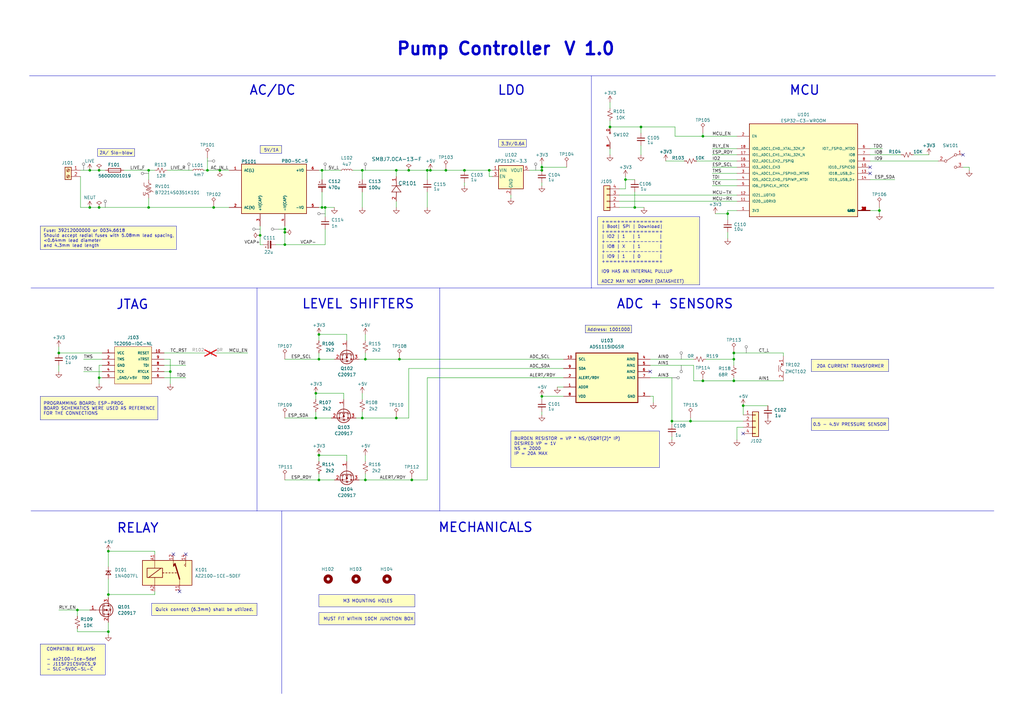
<source format=kicad_sch>
(kicad_sch (version 20231120) (generator "eeschema") (generator_version "8.0")
  (paper "A3")
  (title_block (date "sam. 04 avril 2015"))
  (lib_symbols
    (symbol "2024-02-29_19-59-13:SMBJ7.0CA-13-F" (pin_names (offset 0.254))
      (property "Reference" "CR" (at 5.08 4.445 0))
      (property "Value" "SMBJ7.0CA-13-F" (at 5.08 -3.81 0))
      (symbol "SMBJ7.0CA-13-F_1_1"
        (pin passive line (at 10.16 0 180) (length 2.54) (name "") (number "1"))
        (pin passive line (at 0 0 0) (length 2.54) (name "") (number "2"))
      )
    )
    (symbol "ADS1115IDGSR:ADS1115IDGSR" (pin_names (offset 1.016))
      (property "Reference" "U" (at -12.7 18.78 0))
      (property "Value" "ADS1115IDGSR" (at -0.508 18.796 0))
      (symbol "ADS1115IDGSR_0_0"
        (pin input line (at -17.78 3.81 0) (length 5.08) (name "ADDR") (number "1"))
        (pin input line (at -17.78 15.24 0) (length 5.08) (name "SCL") (number "10"))
        (pin output line (at -17.78 7.62 0) (length 5.08) (name "ALERT/RDY") (number "2"))
        (pin power_in line (at 17.78 0 180) (length 5.08) (name "GND") (number "3"))
        (pin input line (at 17.78 15.24 180) (length 5.08) (name "AIN0") (number "4"))
        (pin input line (at 17.78 12.7 180) (length 5.08) (name "AIN1") (number "5"))
        (pin input line (at 17.78 10.16 180) (length 5.08) (name "AIN2") (number "6"))
        (pin input line (at 17.78 7.62 180) (length 5.08) (name "AIN3") (number "7"))
        (pin power_in line (at -17.78 0 0) (length 5.08) (name "VDD") (number "8"))
        (pin bidirectional line (at -17.78 11.43 0) (length 5.08) (name "SDA") (number "9"))
      )
    )
    (symbol "Connector:Screw_Terminal_01x02" (pin_names (offset 1.016) hide)
      (property "Reference" "J" (at 0 2.54 0))
      (property "Value" "Screw_Terminal_01x02" (at 0 -5.08 0))
      (symbol "Screw_Terminal_01x02_1_1"
        (pin passive line (at -5.08 0 0) (length 3.81) (name "Pin_1") (number "1"))
        (pin passive line (at -5.08 -2.54 0) (length 3.81) (name "Pin_2") (number "2"))
      )
    )
    (symbol "Connector:TestPoint_Alt" (pin_numbers hide) (pin_names (offset 0.762) hide)
      (property "Reference" "TP" (at 0 6.858 0))
      (property "Value" "TestPoint_Alt" (at 0 5.08 0))
      (symbol "TestPoint_Alt_1_1"
        (pin passive line (at 0 0 90) (length 2.54) (name "1") (number "1"))
      )
    )
    (symbol "Connector_Generic:Conn_01x04" (pin_names (offset 1.016) hide)
      (property "Reference" "J" (at 0 5.08 0))
      (property "Value" "Conn_01x04" (at 0 -7.62 0))
      (symbol "Conn_01x04_1_1"
        (pin passive line (at -5.08 2.54 0) (length 3.81) (name "Pin_1") (number "1"))
        (pin passive line (at -5.08 0 0) (length 3.81) (name "Pin_2") (number "2"))
        (pin passive line (at -5.08 -2.54 0) (length 3.81) (name "Pin_3") (number "3"))
        (pin passive line (at -5.08 -5.08 0) (length 3.81) (name "Pin_4") (number "4"))
      )
    )
    (symbol "Device:C_Polarized_Small" (pin_numbers hide) (pin_names (offset 0.254) hide)
      (property "Reference" "C" (at 0.254 1.778 0))
      (property "Value" "C_Polarized_Small" (at 0.254 -2.032 0))
      (symbol "C_Polarized_Small_1_1"
        (pin passive line (at 0 2.54 270) (length 1.8542) (name "~") (number "1"))
        (pin passive line (at 0 -2.54 90) (length 1.8542) (name "~") (number "2"))
      )
    )
    (symbol "Device:C_Small" (pin_numbers hide) (pin_names (offset 0.254) hide)
      (property "Reference" "C" (at 0.254 1.778 0))
      (property "Value" "C_Small" (at 0.254 -2.032 0))
      (symbol "C_Small_1_1"
        (pin passive line (at 0 2.54 270) (length 2.032) (name "~") (number "1"))
        (pin passive line (at 0 -2.54 90) (length 2.032) (name "~") (number "2"))
      )
    )
    (symbol "Device:D_Small" (pin_numbers hide) (pin_names (offset 0.254) hide)
      (property "Reference" "D" (at -1.27 2.032 0))
      (property "Value" "D_Small" (at -3.81 -2.032 0))
      (symbol "D_Small_1_1"
        (pin passive line (at -2.54 0 0) (length 1.778) (name "K") (number "1"))
        (pin passive line (at 2.54 0 180) (length 1.778) (name "A") (number "2"))
      )
    )
    (symbol "Device:Fuse" (pin_numbers hide) (pin_names (offset 0))
      (property "Reference" "F" (at 2.032 0 90))
      (property "Value" "Fuse" (at -1.905 0 90))
      (symbol "Fuse_1_1"
        (pin passive line (at 0 3.81 270) (length 1.27) (name "~") (number "1"))
        (pin passive line (at 0 -3.81 90) (length 1.27) (name "~") (number "2"))
      )
    )
    (symbol "Device:L_Small" (pin_numbers hide) (pin_names (offset 0.254) hide)
      (property "Reference" "L" (at 0.762 1.016 0))
      (property "Value" "L_Small" (at 0.762 -1.016 0))
      (symbol "L_Small_1_1"
        (pin passive line (at 0 2.54 270) (length 0.508) (name "~") (number "1"))
        (pin passive line (at 0 -2.54 90) (length 0.508) (name "~") (number "2"))
      )
    )
    (symbol "Device:R_Small_US" (pin_numbers hide) (pin_names (offset 0.254) hide)
      (property "Reference" "R" (at 0.762 0.508 0))
      (property "Value" "R_Small_US" (at 0.762 -1.016 0))
      (symbol "R_Small_US_1_1"
        (pin passive line (at 0 2.54 270) (length 1.016) (name "~") (number "1"))
        (pin passive line (at 0 -2.54 90) (length 1.016) (name "~") (number "2"))
      )
    )
    (symbol "Device:Varistor_US" (pin_numbers hide) (pin_names (offset 0))
      (property "Reference" "RV" (at 3.175 0 90))
      (property "Value" "Varistor_US" (at -3.175 0 90))
      (symbol "Varistor_US_0_0"
        (text "U" (at -1.778 -2.032 0) (effects (font (size 1.27 1.27))))
      )
      (symbol "Varistor_US_1_1"
        (pin passive line (at 0 3.81 270) (length 1.27) (name "~") (number "1"))
        (pin passive line (at 0 -3.81 90) (length 1.27) (name "~") (number "2"))
      )
    )
    (symbol "Library:PBO-5C-5" (pin_names (offset 1.016))
      (property "Reference" "PS" (at -10.414 8.128 0))
      (property "Value" "PBO-5C-5" (at 6.096 8.128 0))
      (symbol "PBO-5C-5_0_0"
        (pin passive line (at -2.54 -17.78 90) (length 5.08) (name "+V(CAP)") (number "3"))
      )
      (symbol "PBO-5C-5_1_0"
        (pin power_in line (at -15.24 5.08 0) (length 5.08) (name "AC(L)") (number "1"))
        (pin power_in line (at -15.24 -10.16 0) (length 5.08) (name "AC(N)") (number "2"))
        (pin passive line (at 7.62 -17.78 90) (length 5.08) (name "-V(CAP)") (number "4"))
        (pin power_out line (at 21.59 -10.16 180) (length 5.08) (name "-VO") (number "5"))
        (pin power_out line (at 21.59 5.08 180) (length 5.08) (name "+VO") (number "6"))
      )
    )
    (symbol "Mechanical:MountingHole" (pin_names (offset 1.016))
      (property "Reference" "H" (at 0 5.08 0))
      (property "Value" "MountingHole" (at 0 3.175 0))
    )
    (symbol "PARTS:ESP32-C3-WROOM-02" (pin_names (offset 1.016))
      (property "Reference" "U" (at -12.7 21.082 0))
      (property "Value" "ESP32-C3-WROOM" (at -12.7 -18.542 0))
      (symbol "ESP32-C3-WROOM-02_0_0"
        (pin power_in line (at -17.78 -15.24 0) (length 5.08) (name "3V3") (number "1"))
        (pin bidirectional line (at 36.83 2.54 180) (length 5.08) (name "IO10,_FSPICS0") (number "10"))
        (pin bidirectional line (at -17.78 -11.43 0) (length 5.08) (name "IO20,_U0RXD") (number "11"))
        (pin bidirectional line (at -17.78 -8.89 0) (length 5.08) (name "IO21,_U0TXD") (number "12"))
        (pin bidirectional line (at 36.83 0 180) (length 5.08) (name "IO18,_USB_D-") (number "13"))
        (pin bidirectional line (at 36.83 -2.54 180) (length 5.08) (name "IO19,_USB_D+") (number "14"))
        (pin bidirectional line (at -17.78 2.54 0) (length 5.08) (name "IO3,_ADC1_CH3") (number "15"))
        (pin bidirectional line (at -17.78 5.08 0) (length 5.08) (name "IO2,_ADC1_CH2,_FSPIQ") (number "16"))
        (pin bidirectional line (at -17.78 7.62 0) (length 5.08) (name "IO1,_ADC1_CH1,_XTAL_32K_N") (number "17"))
        (pin bidirectional line (at -17.78 10.16 0) (length 5.08) (name "IO0,_ADC1_CH0,_XTAL_32K_P") (number "18"))
        (pin power_in line (at 36.83 -15.24 180) (length 5.08) (name "GND") (number "19"))
        (pin input line (at -17.78 15.24 0) (length 5.08) (name "EN") (number "2"))
        (pin power_in line (at 36.83 -15.24 180) (length 5.08) (name "GND") (number "20"))
        (pin power_in line (at 36.83 -15.24 180) (length 5.08) (name "GND") (number "21"))
        (pin power_in line (at 36.83 -15.24 180) (length 5.08) (name "GND") (number "22"))
        (pin power_in line (at 36.83 -15.24 180) (length 5.08) (name "GND") (number "23"))
        (pin power_in line (at 36.83 -15.24 180) (length 5.08) (name "GND") (number "24"))
        (pin power_in line (at 36.83 -15.24 180) (length 5.08) (name "GND") (number "25"))
        (pin power_in line (at 36.83 -15.24 180) (length 5.08) (name "GND") (number "26"))
        (pin power_in line (at 36.83 -15.24 180) (length 5.08) (name "GND") (number "27"))
        (pin power_in line (at 36.83 -15.24 180) (length 5.08) (name "GND") (number "28"))
        (pin power_in line (at 36.83 -15.24 180) (length 5.08) (name "GND") (number "29"))
        (pin bidirectional line (at -17.78 0 0) (length 5.08) (name "IO4,_ADC1_CH4,_FSPIHD,_MTMS") (number "3"))
        (pin power_in line (at 36.83 -15.24 180) (length 5.08) (name "GND") (number "30"))
        (pin power_in line (at 36.83 -15.24 180) (length 5.08) (name "GND") (number "31"))
        (pin power_in line (at 36.83 -15.24 180) (length 5.08) (name "GND") (number "32"))
        (pin power_in line (at 36.83 -15.24 180) (length 5.08) (name "GND") (number "33"))
        (pin power_in line (at 36.83 -15.24 180) (length 5.08) (name "GND") (number "34"))
        (pin power_in line (at 36.83 -15.24 180) (length 5.08) (name "GND") (number "35"))
        (pin power_in line (at 36.83 -15.24 180) (length 5.08) (name "GND") (number "36"))
        (pin power_in line (at 36.83 -15.24 180) (length 5.08) (name "GND") (number "37"))
        (pin power_in line (at 36.83 -15.24 180) (length 5.08) (name "GND") (number "38"))
        (pin power_in line (at 36.83 -15.24 180) (length 5.08) (name "GND") (number "39"))
        (pin bidirectional line (at -17.78 -2.54 0) (length 5.08) (name "IO5,_ADC2_CH0,_FSPIWP,_MTDI") (number "4"))
        (pin bidirectional line (at -17.78 -5.08 0) (length 5.08) (name "IO6,_FSPICLK,_MTCK") (number "5"))
        (pin bidirectional line (at 36.83 10.16 180) (length 5.08) (name "IO7,_FSPID,_MTDO") (number "6"))
        (pin bidirectional line (at 36.83 7.62 180) (length 5.08) (name "IO8") (number "7"))
        (pin bidirectional line (at 36.83 5.08 180) (length 5.08) (name "IO9") (number "8"))
        (pin power_in line (at 36.83 -15.24 180) (length 5.08) (name "GND") (number "9"))
      )
    )
    (symbol "PARTS:TS-1187A-B-A-B" (pin_names (offset 1.016))
      (property "Reference" "SW" (at -2.54 2.54 0))
      (property "Value" "TS-1187A-B-A-B" (at -2.54 -2.54 0))
      (symbol "TS-1187A-B-A-B_0_0"
        (pin passive line (at -5.08 0 0) (length 2.54) (name "~") (number "A"))
        (pin passive line (at -5.08 0 0) (length 2.54) (name "~") (number "B"))
        (pin passive line (at 3.81 0 180) (length 2.54) (name "~") (number "C"))
        (pin passive line (at 3.81 0 180) (length 2.54) (name "~") (number "D"))
      )
    )
    (symbol "Regulator_Linear:AP2112K-3.3" (pin_names (offset 0.254))
      (property "Reference" "U" (at -5.08 5.715 0))
      (property "Value" "AP2112K-3.3" (at 0 5.715 0))
      (symbol "AP2112K-3.3_1_1"
        (pin power_in line (at -7.62 2.54 0) (length 2.54) (name "VIN") (number "1"))
        (pin power_in line (at 0 -7.62 90) (length 2.54) (name "GND") (number "2"))
        (pin input line (at -7.62 0 0) (length 2.54) (name "EN") (number "3"))
        (pin no_connect line (at 5.08 0 180) (length 2.54) hide (name "NC") (number "4"))
        (pin power_out line (at 7.62 2.54 180) (length 2.54) (name "VOUT") (number "5"))
      )
    )
    (symbol "Relay:Relay_SPDT"
      (property "Reference" "K" (at 11.43 3.81 0))
      (property "Value" "Relay_SPDT" (at 11.43 1.27 0))
      (symbol "Relay_SPDT_1_1"
        (pin passive line (at 5.08 -7.62 90) (length 2.54) (name "~") (number "11"))
        (pin passive line (at 2.54 7.62 270) (length 2.54) (name "~") (number "12"))
        (pin passive line (at 7.62 7.62 270) (length 2.54) (name "~") (number "14"))
        (pin passive line (at -5.08 7.62 270) (length 2.54) (name "~") (number "A1"))
        (pin passive line (at -5.08 -7.62 90) (length 2.54) (name "~") (number "A2"))
      )
    )
    (symbol "STM32MP1_BOARD:TC2050-IDC-NL" (pin_names (offset 1.016))
      (property "Reference" "J" (at -7.62 7.62 0))
      (property "Value" "TC2050-IDC-NL" (at -7.62 -10.16 0))
      (symbol "TC2050-IDC-NL_0_0"
        (pin power_in line (at -12.7 5.08 0) (length 5.08) (name "VCC") (number "1"))
        (pin input line (at 12.7 5.08 180) (length 5.08) (name "RESET") (number "10"))
        (pin bidirectional line (at -12.7 2.54 0) (length 5.08) (name "TMS") (number "2"))
        (pin power_in line (at -12.7 0 0) (length 5.08) (name "GND") (number "3"))
        (pin bidirectional line (at -12.7 -2.54 0) (length 5.08) (name "TCK") (number "4"))
        (pin power_in line (at -12.7 -5.08 0) (length 5.08) (name "_GND/+5V") (number "5"))
        (pin output line (at 12.7 -5.08 180) (length 5.08) (name "TDO") (number "6"))
        (pin output line (at 12.7 -2.54 180) (length 5.08) (name "RTCLK") (number "7"))
        (pin input line (at 12.7 0 180) (length 5.08) (name "TDI") (number "8"))
        (pin input line (at 12.7 2.54 180) (length 5.08) (name "nTRST") (number "9"))
      )
    )
    (symbol "Switch:SW_SPDT" (pin_names (offset 0) hide)
      (property "Reference" "SW" (at 0 4.318 0))
      (property "Value" "SW_SPDT" (at 0 -5.08 0))
      (symbol "SW_SPDT_1_1"
        (pin passive line (at 5.08 2.54 180) (length 2.54) (name "A") (number "1"))
        (pin passive line (at -5.08 0 0) (length 2.54) (name "B") (number "2"))
        (pin passive line (at 5.08 -2.54 180) (length 2.54) (name "C") (number "3"))
      )
    )
    (symbol "Transformer:ZMCT103C"
      (property "Reference" "TR" (at 0 3.81 0))
      (property "Value" "ZMCT103C" (at 0 -2.54 0))
      (symbol "ZMCT103C_1_1"
        (pin passive line (at -5.08 0 0) (length 3.81) (name "~") (number "1"))
        (pin passive line (at 5.08 0 180) (length 3.81) (name "~") (number "2"))
      )
    )
    (symbol "Transistor_FET:DMG2302U" (pin_names hide)
      (property "Reference" "Q" (at 5.08 1.905 0))
      (property "Value" "DMG2302U" (at 5.08 0 0))
      (symbol "DMG2302U_1_1"
        (pin input line (at -5.08 0 0) (length 2.54) (name "G") (number "1"))
        (pin passive line (at 2.54 -5.08 90) (length 2.54) (name "S") (number "2"))
        (pin passive line (at 2.54 5.08 270) (length 2.54) (name "D") (number "3"))
      )
    )
    (symbol "power:+3V3" (power) (pin_names (offset 0))
      (property "Value" "+3V3" (at 0 3.556 0))
      (symbol "+3V3_1_1"
        (pin power_in line (at 0 0 90) (length 0) hide (name "+3V3") (number "1"))
      )
    )
    (symbol "power:+5V" (power) (pin_names (offset 0))
      (property "Value" "+5V" (at 0 3.556 0))
      (symbol "+5V_1_1"
        (pin power_in line (at 0 0 90) (length 0) hide (name "+5V") (number "1"))
      )
    )
    (symbol "power:GND" (power) (pin_names (offset 0))
      (property "Value" "GND" (at 0 -3.81 0))
      (symbol "GND_1_1"
        (pin power_in line (at 0 0 270) (length 0) hide (name "GND") (number "1"))
      )
    )
    (symbol "power:LINE" (power) (pin_numbers hide) (pin_names (offset 0) hide)
      (property "Value" "LINE" (at 0 3.556 0))
      (symbol "LINE_1_1"
        (pin power_in line (at 0 0 90) (length 0) (name "~") (number "1"))
      )
    )
    (symbol "power:NEUT" (power) (pin_numbers hide) (pin_names (offset 0) hide)
      (property "Value" "NEUT" (at 0 3.556 0))
      (symbol "NEUT_1_1"
        (pin power_in line (at 0 0 90) (length 0) (name "~") (number "1"))
      )
    )
    (symbol "power:PWR_FLAG" (power) (pin_numbers hide) (pin_names (offset 0) hide)
      (property "Value" "PWR_FLAG" (at 0 3.81 0))
      (symbol "PWR_FLAG_0_0"
        (pin power_out line (at 0 0 90) (length 0) (name "~") (number "1"))
      )
    )
  )
  (junction (at 148.59 69.85))
  (junction (at 44.45 243.84))
  (junction (at 90.17 69.85))
  (junction (at 275.59 172.72))
  (junction (at 200.66 69.85))
  (junction (at 167.64 69.85))
  (junction (at 260.35 85.09))
  (junction (at 149.86 147.32))
  (junction (at 168.91 196.85))
  (junction (at 60.96 85.09))
  (junction (at 175.26 69.85))
  (junction (at 130.81 147.32))
  (junction (at 250.19 52.07))
  (junction (at 182.88 69.85))
  (junction (at 256.54 73.66))
  (junction (at 222.25 68.58))
  (junction (at 129.54 161.29))
  (junction (at 44.45 259.08))
  (junction (at 130.81 186.69))
  (junction (at 129.54 171.45))
  (junction (at 24.13 144.78))
  (junction (at 116.84 93.98))
  (junction (at 222.25 162.56))
  (junction (at 116.84 100.33))
  (junction (at 300.99 156.21))
  (junction (at 31.75 250.19))
  (junction (at 176.53 69.85))
  (junction (at 300.99 147.32))
  (junction (at 222.25 69.85))
  (junction (at 298.45 87.63))
  (junction (at 40.64 154.94))
  (junction (at 283.21 172.72))
  (junction (at 69.85 152.4))
  (junction (at 60.96 69.85))
  (junction (at 130.81 137.16))
  (junction (at 87.63 85.09))
  (junction (at 162.56 171.45))
  (junction (at 36.83 69.85))
  (junction (at 288.29 55.88))
  (junction (at 106.68 96.52))
  (junction (at 304.8 166.37))
  (junction (at 132.08 85.09))
  (junction (at 36.83 85.09))
  (junction (at 132.08 69.85))
  (junction (at 40.64 85.09))
  (junction (at 360.68 86.36))
  (junction (at 85.09 69.85))
  (junction (at 163.83 147.32))
  (junction (at 149.86 196.85))
  (junction (at 40.64 69.85))
  (junction (at 262.89 52.07))
  (junction (at 116.84 95.25))
  (junction (at 130.81 196.85))
  (junction (at 300.99 144.78))
  (junction (at 148.59 171.45))
  (junction (at 44.45 226.06))
  (junction (at 133.35 85.09))
  (junction (at 190.5 69.85))
  (junction (at 288.29 156.21))
  (junction (at 162.56 69.85))
  (no_connect (at 394.97 63.5))
  (no_connect (at 76.2 227.33))
  (no_connect (at 304.8 177.8))
  (no_connect (at 356.87 71.12))
  (no_connect (at 356.87 68.58))
  (no_connect (at 266.7 152.4))
  (no_connect (at 73.66 242.57))
  (no_connect (at 71.12 227.33))
  (wire (pts (xy 266.7 147.32) (xy 284.48 147.32)))
  (wire (pts (xy 175.26 154.94) (xy 231.14 154.94)))
  (wire (pts (xy 292.1 63.5) (xy 302.26 63.5)))
  (wire (pts (xy 149.86 139.7) (xy 149.86 137.16)))
  (wire (pts (xy 69.85 147.32) (xy 69.85 152.4)))
  (wire (pts (xy 148.59 168.91) (xy 148.59 171.45)))
  (wire (pts (xy 31.75 259.08) (xy 44.45 259.08)))
  (wire (pts (xy 40.64 157.48) (xy 40.64 154.94)))
  (wire (pts (xy 360.68 87.63) (xy 360.68 86.36)))
  (wire (pts (xy 34.29 152.4) (xy 41.91 152.4)))
  (wire (pts (xy 266.7 149.86) (xy 284.48 149.86)))
  (polyline (pts (xy 242.57 118.11) (xy 242.57 31.115)))
  (wire (pts (xy 300.99 149.86) (xy 300.99 147.32)))
  (wire (pts (xy 162.56 72.39) (xy 162.56 69.85)))
  (wire (pts (xy 130.81 85.09) (xy 132.08 85.09)))
  (wire (pts (xy 129.54 163.83) (xy 129.54 161.29)))
  (wire (pts (xy 300.99 156.21) (xy 300.99 154.94)))
  (wire (pts (xy 222.25 68.58) (xy 232.41 68.58)))
  (wire (pts (xy 162.56 69.85) (xy 148.59 69.85)))
  (wire (pts (xy 267.97 162.56) (xy 266.7 162.56)))
  (wire (pts (xy 300.99 144.78) (xy 321.31 144.78)))
  (wire (pts (xy 256.54 77.47) (xy 254 77.47)))
  (wire (pts (xy 133.35 85.09) (xy 137.16 85.09)))
  (wire (pts (xy 256.54 73.66) (xy 256.54 77.47)))
  (wire (pts (xy 148.59 171.45) (xy 162.56 171.45)))
  (wire (pts (xy 397.51 68.58) (xy 397.51 69.85)))
  (wire (pts (xy 33.02 72.39) (xy 33.02 85.09)))
  (wire (pts (xy 360.68 85.09) (xy 360.68 86.36)))
  (wire (pts (xy 284.48 156.21) (xy 288.29 156.21)))
  (wire (pts (xy 148.59 163.83) (xy 148.59 161.29)))
  (wire (pts (xy 190.5 74.93) (xy 190.5 76.2)))
  (wire (pts (xy 40.64 149.86) (xy 41.91 149.86)))
  (wire (pts (xy 304.8 166.37) (xy 304.8 170.18)))
  (wire (pts (xy 175.26 69.85) (xy 167.64 69.85)))
  (wire (pts (xy 304.8 166.37) (xy 314.96 166.37)))
  (wire (pts (xy 262.89 59.69) (xy 262.89 63.5)))
  (wire (pts (xy 201.93 72.39) (xy 200.66 72.39)))
  (wire (pts (xy 147.32 147.32) (xy 149.86 147.32)))
  (wire (pts (xy 106.68 100.33) (xy 107.95 100.33)))
  (wire (pts (xy 40.64 154.94) (xy 40.64 149.86)))
  (wire (pts (xy 149.86 196.85) (xy 168.91 196.85)))
  (wire (pts (xy 140.97 163.83) (xy 140.97 161.29)))
  (wire (pts (xy 83.82 69.85) (xy 85.09 69.85)))
  (wire (pts (xy 300.99 147.32) (xy 289.56 147.32)))
  (wire (pts (xy 33.02 69.85) (xy 36.83 69.85)))
  (wire (pts (xy 374.65 63.5) (xy 381 63.5)))
  (wire (pts (xy 256.54 73.66) (xy 260.35 73.66)))
  (wire (pts (xy 132.08 85.09) (xy 133.35 85.09)))
  (wire (pts (xy 222.25 168.91) (xy 222.25 170.18)))
  (wire (pts (xy 267.97 165.1) (xy 267.97 162.56)))
  (wire (pts (xy 132.08 73.66) (xy 132.08 69.85)))
  (wire (pts (xy 60.96 85.09) (xy 87.63 85.09)))
  (wire (pts (xy 149.86 147.32) (xy 163.83 147.32)))
  (wire (pts (xy 260.35 85.09) (xy 254 85.09)))
  (wire (pts (xy 142.24 186.69) (xy 130.81 186.69)))
  (polyline (pts (xy 242.57 118.11) (xy 407.67 118.11)))
  (wire (pts (xy 130.81 189.23) (xy 130.81 186.69)))
  (wire (pts (xy 130.81 144.78) (xy 130.81 147.32)))
  (wire (pts (xy 40.64 154.94) (xy 41.91 154.94)))
  (wire (pts (xy 24.13 144.78) (xy 41.91 144.78)))
  (wire (pts (xy 168.91 196.85) (xy 175.26 196.85)))
  (wire (pts (xy 222.25 68.58) (xy 222.25 69.85)))
  (wire (pts (xy 275.59 179.07) (xy 275.59 180.34)))
  (wire (pts (xy 209.55 80.01) (xy 209.55 81.28)))
  (wire (pts (xy 222.25 74.93) (xy 222.25 76.2)))
  (wire (pts (xy 63.5 242.57) (xy 63.5 243.84)))
  (wire (pts (xy 148.59 73.66) (xy 148.59 69.85)))
  (wire (pts (xy 356.87 86.36) (xy 360.68 86.36)))
  (wire (pts (xy 85.09 69.85) (xy 90.17 69.85)))
  (wire (pts (xy 40.64 85.09) (xy 60.96 85.09)))
  (wire (pts (xy 283.21 172.72) (xy 283.21 171.45)))
  (wire (pts (xy 292.1 68.58) (xy 302.26 68.58)))
  (wire (pts (xy 24.13 149.86) (xy 24.13 152.4)))
  (wire (pts (xy 176.53 69.85) (xy 182.88 69.85)))
  (wire (pts (xy 175.26 69.85) (xy 175.26 73.66)))
  (wire (pts (xy 182.88 69.85) (xy 190.5 69.85)))
  (wire (pts (xy 162.56 82.55) (xy 162.56 85.09)))
  (wire (pts (xy 44.45 243.84) (xy 44.45 237.49)))
  (wire (pts (xy 60.96 69.85) (xy 60.96 73.66)))
  (wire (pts (xy 149.86 144.78) (xy 149.86 147.32)))
  (wire (pts (xy 264.16 85.09) (xy 260.35 85.09)))
  (wire (pts (xy 63.5 227.33) (xy 63.5 226.06)))
  (wire (pts (xy 67.31 154.94) (xy 76.2 154.94)))
  (wire (pts (xy 356.87 60.96) (xy 361.95 60.96)))
  (polyline (pts (xy 12.065 31.115) (xy 408.305 31.115)))
  (wire (pts (xy 31.75 259.08) (xy 31.75 257.81)))
  (wire (pts (xy 130.81 194.31) (xy 130.81 196.85)))
  (wire (pts (xy 176.53 69.85) (xy 175.26 69.85)))
  (wire (pts (xy 67.31 144.78) (xy 83.82 144.78)))
  (wire (pts (xy 292.1 60.96) (xy 302.26 60.96)))
  (wire (pts (xy 148.59 78.74) (xy 148.59 85.09)))
  (wire (pts (xy 140.97 161.29) (xy 129.54 161.29)))
  (wire (pts (xy 142.24 137.16) (xy 130.81 137.16)))
  (wire (pts (xy 44.45 226.06) (xy 44.45 232.41)))
  (wire (pts (xy 50.8 69.85) (xy 60.96 69.85)))
  (wire (pts (xy 40.64 69.85) (xy 43.18 69.85)))
  (polyline (pts (xy 180.34 209.55) (xy 407.67 209.55)))
  (wire (pts (xy 288.29 156.21) (xy 300.99 156.21)))
  (wire (pts (xy 116.84 95.25) (xy 116.84 93.98)))
  (wire (pts (xy 129.54 171.45) (xy 135.89 171.45)))
  (wire (pts (xy 129.54 168.91) (xy 129.54 171.45)))
  (wire (pts (xy 34.29 147.32) (xy 41.91 147.32)))
  (wire (pts (xy 116.84 100.33) (xy 133.35 100.33)))
  (wire (pts (xy 175.26 78.74) (xy 175.26 85.09)))
  (wire (pts (xy 116.84 147.32) (xy 130.81 147.32)))
  (wire (pts (xy 167.64 69.85) (xy 162.56 69.85)))
  (wire (pts (xy 60.96 81.28) (xy 60.96 85.09)))
  (wire (pts (xy 321.31 144.78) (xy 321.31 146.05)))
  (wire (pts (xy 288.29 55.88) (xy 302.26 55.88)))
  (wire (pts (xy 222.25 67.31) (xy 222.25 68.58)))
  (wire (pts (xy 68.58 69.85) (xy 78.74 69.85)))
  (wire (pts (xy 85.09 64.77) (xy 85.09 69.85)))
  (wire (pts (xy 149.86 189.23) (xy 149.86 186.69)))
  (wire (pts (xy 162.56 171.45) (xy 167.64 171.45)))
  (wire (pts (xy 24.13 250.19) (xy 31.75 250.19)))
  (wire (pts (xy 44.45 243.84) (xy 44.45 245.11)))
  (wire (pts (xy 250.19 60.96) (xy 250.19 63.5)))
  (wire (pts (xy 130.81 196.85) (xy 137.16 196.85)))
  (wire (pts (xy 132.08 78.74) (xy 132.08 85.09)))
  (wire (pts (xy 190.5 69.85) (xy 200.66 69.85)))
  (wire (pts (xy 298.45 95.25) (xy 298.45 97.79)))
  (wire (pts (xy 262.89 54.61) (xy 262.89 52.07)))
  (wire (pts (xy 250.19 52.07) (xy 262.89 52.07)))
  (wire (pts (xy 217.17 69.85) (xy 222.25 69.85)))
  (wire (pts (xy 356.87 73.66) (xy 367.03 73.66)))
  (polyline (pts (xy 180.34 209.55) (xy 180.34 118.11)))
  (polyline (pts (xy 105.41 209.55) (xy 105.41 118.11)))
  (wire (pts (xy 116.84 95.25) (xy 116.84 100.33)))
  (wire (pts (xy 275.59 154.94) (xy 266.7 154.94)))
  (wire (pts (xy 31.75 250.19) (xy 36.83 250.19)))
  (wire (pts (xy 292.1 76.2) (xy 302.26 76.2)))
  (wire (pts (xy 114.3 93.98) (xy 116.84 93.98)))
  (polyline (pts (xy 115.57 209.55) (xy 115.57 284.48)))
  (wire (pts (xy 250.19 49.53) (xy 250.19 52.07)))
  (wire (pts (xy 254 80.01) (xy 302.26 80.01)))
  (wire (pts (xy 163.83 147.32) (xy 231.14 147.32)))
  (wire (pts (xy 113.03 100.33) (xy 116.84 100.33)))
  (wire (pts (xy 36.83 85.09) (xy 40.64 85.09)))
  (wire (pts (xy 44.45 255.27) (xy 44.45 259.08)))
  (wire (pts (xy 276.86 52.07) (xy 276.86 55.88)))
  (wire (pts (xy 133.35 85.09) (xy 133.35 88.9)))
  (wire (pts (xy 133.35 93.98) (xy 133.35 100.33)))
  (wire (pts (xy 284.48 149.86) (xy 284.48 156.21)))
  (polyline (pts (xy 12.7 118.11) (xy 242.57 118.11)))
  (wire (pts (xy 256.54 72.39) (xy 256.54 73.66)))
  (wire (pts (xy 302.26 175.26) (xy 304.8 175.26)))
  (wire (pts (xy 146.05 171.45) (xy 148.59 171.45)))
  (polyline (pts (xy 242.57 118.11) (xy 242.57 118.11)))
  (wire (pts (xy 116.84 196.85) (xy 130.81 196.85)))
  (wire (pts (xy 302.26 86.36) (xy 298.45 86.36)))
  (wire (pts (xy 283.21 172.72) (xy 304.8 172.72)))
  (wire (pts (xy 142.24 189.23) (xy 142.24 186.69)))
  (wire (pts (xy 300.99 147.32) (xy 300.99 144.78)))
  (wire (pts (xy 254 82.55) (xy 302.26 82.55)))
  (wire (pts (xy 298.45 86.36) (xy 298.45 87.63)))
  (wire (pts (xy 67.31 152.4) (xy 69.85 152.4)))
  (wire (pts (xy 149.86 194.31) (xy 149.86 196.85)))
  (wire (pts (xy 275.59 154.94) (xy 275.59 172.72)))
  (wire (pts (xy 293.37 87.63) (xy 298.45 87.63)))
  (wire (pts (xy 69.85 152.4) (xy 69.85 157.48)))
  (wire (pts (xy 228.6 158.75) (xy 231.14 158.75)))
  (wire (pts (xy 167.64 151.13) (xy 231.14 151.13)))
  (wire (pts (xy 67.31 147.32) (xy 69.85 147.32)))
  (wire (pts (xy 222.25 162.56) (xy 231.14 162.56)))
  (wire (pts (xy 356.87 66.04) (xy 384.81 66.04)))
  (wire (pts (xy 36.83 69.85) (xy 40.64 69.85)))
  (polyline (pts (xy 105.41 209.55) (xy 180.34 209.55)))
  (wire (pts (xy 116.84 171.45) (xy 129.54 171.45)))
  (wire (pts (xy 63.5 226.06) (xy 44.45 226.06)))
  (wire (pts (xy 200.66 72.39) (xy 200.66 69.85)))
  (wire (pts (xy 167.64 171.45) (xy 167.64 151.13)))
  (wire (pts (xy 148.59 69.85) (xy 144.78 69.85)))
  (wire (pts (xy 292.1 73.66) (xy 302.26 73.66)))
  (wire (pts (xy 273.05 66.04) (xy 280.67 66.04)))
  (wire (pts (xy 275.59 172.72) (xy 283.21 172.72)))
  (wire (pts (xy 285.75 66.04) (xy 302.26 66.04)))
  (wire (pts (xy 88.9 144.78) (xy 101.6 144.78)))
  (wire (pts (xy 356.87 63.5) (xy 369.57 63.5)))
  (wire (pts (xy 63.5 243.84) (xy 44.45 243.84)))
  (wire (pts (xy 44.45 259.08) (xy 44.45 260.35)))
  (wire (pts (xy 298.45 87.63) (xy 298.45 90.17)))
  (wire (pts (xy 302.26 175.26) (xy 302.26 180.34)))
  (wire (pts (xy 147.32 196.85) (xy 149.86 196.85)))
  (polyline (pts (xy 12.7 209.55) (xy 105.41 209.55)))
  (wire (pts (xy 300.99 156.21) (xy 321.31 156.21)))
  (wire (pts (xy 132.08 69.85) (xy 139.7 69.85)))
  (wire (pts (xy 276.86 55.88) (xy 288.29 55.88)))
  (wire (pts (xy 142.24 139.7) (xy 142.24 137.16)))
  (wire (pts (xy 106.68 96.52) (xy 106.68 92.71)))
  (wire (pts (xy 24.13 142.24) (xy 24.13 144.78)))
  (wire (pts (xy 76.2 149.86) (xy 67.31 149.86)))
  (wire (pts (xy 200.66 69.85) (xy 201.93 69.85)))
  (wire (pts (xy 130.81 139.7) (xy 130.81 137.16)))
  (wire (pts (xy 276.86 52.07) (xy 262.89 52.07)))
  (wire (pts (xy 116.84 93.98) (xy 116.84 92.71)))
  (wire (pts (xy 288.29 54.61) (xy 288.29 55.88)))
  (wire (pts (xy 175.26 196.85) (xy 175.26 154.94)))
  (wire (pts (xy 394.97 68.58) (xy 397.51 68.58)))
  (wire (pts (xy 60.96 69.85) (xy 63.5 69.85)))
  (wire (pts (xy 222.25 162.56) (xy 222.25 163.83)))
  (wire (pts (xy 260.35 78.74) (xy 260.35 85.09)))
  (wire (pts (xy 87.63 85.09) (xy 93.98 85.09)))
  (wire (pts (xy 33.02 85.09) (xy 36.83 85.09)))
  (wire (pts (xy 132.08 69.85) (xy 130.81 69.85)))
  (wire (pts (xy 31.75 250.19) (xy 31.75 252.73)))
  (wire (pts (xy 130.81 147.32) (xy 137.16 147.32)))
  (wire (pts (xy 90.17 69.85) (xy 93.98 69.85)))
  (wire (pts (xy 250.19 41.91) (xy 250.19 44.45)))
  (wire (pts (xy 275.59 173.99) (xy 275.59 172.72)))
  (wire (pts (xy 106.68 100.33) (xy 106.68 96.52)))
  (wire (pts (xy 292.1 71.12) (xy 302.26 71.12)))
  (rectangle (start 245.11 88.9) (end 287.02 116.84) (fill (type color) (color 255 255 194 1)))
  (rectangle (start 130.81 243.84) (end 170.18 248.92) (fill (type color) (color 255 255 194 1)))
  (rectangle (start 40.005 60.96) (end 55.245 64.135) (fill (type color) (color 255 255 194 1)))
  (rectangle (start 130.81 251.206) (end 170.18 256.286) (fill (type color) (color 255 255 194 1)))
  (rectangle (start 204.47 57.15) (end 215.9 60.325) (fill (type color) (color 255 255 194 1)))
  (rectangle (start 62.23 247.396) (end 105.41 252.476) (fill (type color) (color 255 255 194 1)))
  (rectangle (start 332.74 147.32) (end 364.49 152.4) (fill (type color) (color 255 255 194 1)))
  (rectangle (start 332.74 171.45) (end 364.49 176.53) (fill (type color) (color 255 255 194 1)))
  (rectangle (start 16.51 162.56) (end 64.77 172.212) (fill (type color) (color 255 255 194 1)))
  (rectangle (start 16.51 92.71) (end 72.39 102.362) (fill (type color) (color 255 255 194 1)))
  (rectangle (start 209.55 176.784) (end 270.51 191.77) (fill (type color) (color 255 255 194 1)))
  (rectangle (start 240.03 133.35) (end 259.08 136.525) (fill (type color) (color 255 255 194 1)))
  (rectangle (start 106.68 59.69) (end 115.57 62.865) (fill (type color) (color 255 255 194 1)))
  (rectangle (start 16.51 264.16) (end 43.18 276.86) (fill (type color) (color 255 255 194 1)))
  (text "+===+===+======+\n| Boot| SPI | Download|\n+===+===+======+\n| IO2 | 1   | 1        |\n+---+---+------+\n| IO8 | X   | 1        |\n+---+---+------+\n| IO9 | 1   | 0        |\n+===+===+======+\n\nIO9 HAS AN INTERNAL PULLUP\n\nADC2 MAY NOT WORK! (DATASHEET)" (at 246.634 116.332 0) (effects (font (size 1.27 1.27)) (justify left bottom)))
  (text "5V/1A" (at 111.252 61.722 0) (effects (font (size 1.27 1.27))))
  (text "0.5 - 4.5V PRESSURE SENSOR" (at 348.488 174.244 0) (effects (font (size 1.27 1.27))))
  (text "LEVEL SHIFTERS" (at 123.698 127 0) (effects (font (size 3.81 3.81) (thickness 0.508) (bold yes)) (justify left bottom)))
  (text "Quick connect (6.3mm) shall be utilized." (at 83.82 250.19 0) (effects (font (size 1.27 1.27))))
  (text "3.3V/0.6A" (at 210.312 59.182 0) (effects (font (size 1.27 1.27))))
  (text "AC/DC" (at 102.108 39.37 0) (effects (font (size 3.81 3.81) (thickness 0.508) (bold yes)) (justify left bottom)))
  (text "MUST FIT WITHIN 10CM JUNCTION BOX" (at 151.13 254 0) (effects (font (size 1.27 1.27))))
  (text "RELAY" (at 47.752 218.948 0) (effects (font (size 3.81 3.81) (thickness 0.508) (bold yes)) (justify left bottom)))
  (text "COMPATIBLE RELAYS: \n\n- az2100-1ce-5def \n- J115F21C5VDCS_9\n- SLC-5VDC-SL-C" (at 19.05 270.51 0) (effects (font (size 1.27 1.27)) (justify left)))
  (text "BURDEN RESISTOR = VP * NS/(SQRT(2)* IP)\nDESIRED VP = 1V\nNS = 2000\nIP = 20A MAX\n\n" (at 210.82 184.15 0) (effects (font (size 1.27 1.27)) (justify left)))
  (text "PROGRAMMING BOARD: ESP-PROG\nBOARD SCHEMATICS WERE USED AS REFERENCE \nFOR THE CONNECTIONS" (at 17.78 167.64 0) (effects (font (size 1.27 1.27)) (justify left)))
  (text "JTAG" (at 47.498 127.254 0) (effects (font (size 3.81 3.81) (thickness 0.508) (bold yes)) (justify left bottom)))
  (text "M3 MOUNTING HOLES" (at 150.876 246.634 0) (effects (font (size 1.27 1.27))))
  (text "20A CURRENT TRANSFORMER" (at 348.742 150.368 0) (effects (font (size 1.27 1.27))))
  (text "Pump Controller" (at 162.306 23.114 0) (effects (font (size 5.08 5.08) (thickness 1.016) (bold yes)) (justify left bottom)))
  (text "LDO" (at 203.962 39.37 0) (effects (font (size 3.81 3.81) (thickness 0.508) (bold yes)) (justify left bottom)))
  (text "Fuse: 39212000000 or 0034.6618\nShould accept radial fuses with 5.08mm lead spacing,\n<0.64mm lead diameter \nand 4.3mm lead length" (at 17.78 97.79 0) (effects (font (size 1.27 1.27)) (justify left)))
  (text "Address: 1001000" (at 249.682 135.382 0) (effects (font (size 1.27 1.27))))
  (text "MECHANICALS" (at 179.578 218.694 0) (effects (font (size 3.81 3.81) (thickness 0.508) (bold yes)) (justify left bottom)))
  (text "2A/ Slo-blow" (at 47.625 62.865 0) (effects (font (size 1.27 1.27))))
  (text "MCU" (at 323.596 39.37 0) (effects (font (size 3.81 3.81) (thickness 0.508) (bold yes)) (justify left bottom)))
  (text "ADC + SENSORS" (at 252.73 127 0) (effects (font (size 3.81 3.81) (thickness 0.508) (bold yes)) (justify left bottom)))
  (text "V 1.0" (at 230.886 23.114 0) (effects (font (size 5.08 5.08) (thickness 1.016) (bold yes)) (justify left bottom)))
  (label "MCU-RX" (at 292.1 82.55 0))
  (label "ESP_RDY" (at 119.38 196.85 0))
  (label "TDO" (at 361.95 60.96 180))
  (label "MCU_EN" (at 101.6 144.78 180))
  (label "ALERT/RDY" (at 217.17 154.94 0))
  (label "VCAP+" (at 106.68 100.33 180))
  (label "RLY_EN" (at 24.13 250.19 0))
  (label "AIN3" (at 274.32 154.94 180))
  (label "RLY_EN" (at 292.1 60.96 0))
  (label "ESP_SCL" (at 119.38 147.32 0))
  (label "AIN1" (at 274.32 149.86 180))
  (label "VCAP-" (at 123.19 100.33 0))
  (label "ADC_SDA" (at 217.17 151.13 0))
  (label "AIN1" (at 311.15 156.21 0))
  (label "ESP_SDA" (at 118.11 171.45 0))
  (label "TDI" (at 292.1 73.66 0))
  (label "5V_L" (at 134.62 69.85 0))
  (label "IO2" (at 292.1 66.04 0))
  (label "IO8" (at 361.95 63.5 180))
  (label "TCK" (at 34.29 152.4 0))
  (label "TDI" (at 76.2 149.86 180))
  (label "ALERT/RDY" (at 166.37 196.85 180))
  (label "CT_L" (at 311.15 144.78 0))
  (label "AIN0" (at 274.32 147.32 180))
  (label "LIVE_F" (at 53.34 69.85 0))
  (label "TMS" (at 34.29 147.32 0))
  (label "LIVE_R" (at 69.85 69.85 0))
  (label "TMS" (at 292.1 71.12 0))
  (label "TDO" (at 76.2 154.94 180))
  (label "ESP_SCL" (at 292.1 68.58 0))
  (label "IO9" (at 361.95 66.04 180))
  (label "ESP_SDA" (at 367.03 73.66 180))
  (label "ESP_RDY" (at 292.1 63.5 0))
  (label "MCU-TX" (at 292.1 80.01 0))
  (label "MCU_EN" (at 292.1 55.88 0))
  (label "TCK" (at 292.1 76.2 0))
  (label "AC_IN_L" (at 86.36 69.85 0))
  (label "TC_RST" (at 69.85 144.78 0))
  (label "ADC_SCL" (at 217.17 147.32 0))
  (netclass_flag "" (length 2.54) (shape round) (at 279.4 149.86 180) (property "Netclass" "Analog" (effects (hide yes))))
  (netclass_flag "" (length 2.54) (shape round) (at 106.68 93.98 90) (property "Netclass" "AC" (effects (hide yes))))
  (netclass_flag "" (length 2.54) (shape round) (at 60.96 71.12 90) (property "Netclass" "AC" (effects (hide yes))))
  (netclass_flag "" (length 2.54) (shape round) (at 34.29 69.85 0) (property "Netclass" "AC" (effects (hide yes))))
  (netclass_flag "" (length 2.54) (shape round) (at 114.3 93.98 90) (property "Netclass" "AC" (effects (hide yes))))
  (netclass_flag "" (length 2.54) (shape round) (at 133.35 69.85 0) (property "Netclass" "DC" (effects (hide yes))))
  (netclass_flag "" (length 2.54) (shape round) (at 85.09 66.04 270) (property "Netclass" "AC" (effects (hide yes))))
  (netclass_flag "" (length 2.54) (shape round) (at 306.07 144.78 0) (property "Netclass" "Analog" (effects (hide yes))))
  (netclass_flag "" (length 2.54) (shape round) (at 149.86 69.85 0) (property "Netclass" "DC" (effects (hide yes))))
  (netclass_flag "" (length 2.54) (shape round) (at 279.4 147.32 0) (property "Netclass" "Analog" (effects (hide yes))))
  (netclass_flag "" (length 2.54) (shape round) (at 133.35 87.63 90) (property "Netclass" "DC" (effects (hide yes))))
  (netclass_flag "" (length 2.54) (shape round) (at 43.18 85.09 0) (property "Netclass" "AC" (effects (hide yes))))
  (netclass_flag "" (length 2.54) (shape round) (at 275.59 154.94 270) (property "Netclass" "Analog" (effects (hide yes))))
  (netclass_flag "" (length 2.54) (shape round) (at 219.71 69.85 0) (property "Netclass" "DC" (effects (hide yes))))
  (netclass_flag "" (length 2.54) (shape round) (at 77.47 69.85 0) (property "Netclass" "AC" (effects (hide yes))))
  (symbol (lib_id "Connector:TestPoint_Alt") (at 116.84 147.32 0) (unit 1) (in_bom no)
    (property "Reference" "TP107" (at 113.792 141.986 0) (effects (justify left)))
    (property "Value" "TestPoint_Alt" (effects (hide yes)))
    (property "Footprint" "TestPoint:TestPoint_Pad_1.5x1.5mm" (effects (hide yes)))
    (property "Description" "test point (alternative shape)" (effects (hide yes)))
  )
  (symbol (lib_id "power:PWR_FLAG") (at 40.64 85.09 0) (unit 1)
    (property "Reference" "#FLG0101" (effects (hide yes)))
    (property "Value" "PWR_FLAG" (effects (hide yes)))
    (property "Description" "Special symbol for telling ERC where power comes from" (effects (hide yes)))
  )
  (symbol (lib_id "Transformer:ZMCT103C") (at 321.31 151.13 90) (mirror x) (unit 1)
    (property "Reference" "TR102" (at 328.168 149.606 90) (effects (justify left)))
    (property "Value" "ZMCT102" (at 330.708 152.4 90) (effects (justify left)))
    (property "Footprint" "Library:zmct102" (effects (hide yes)))
    (property "Datasheet" "https://5lrorwxhmqqiiik.leadongcdn.com/ZMCT102+specification-aidikBqoKomRilSlpiliokq.pdf" (effects (hide yes)))
    (property "Description" "Qingxian Zeming Langxi Electronic ZMCT103C current transformer 1000:1 10A" (effects (hide yes)))
    (property "_Checked" "kma" (effects (hide yes)))
    (property "Manufacturer" "Qingxian Zeming Langxi Electronic" (effects (hide yes)))
    (property "Part Number" "ZMCT102" (effects (hide yes)))
  )
  (symbol (lib_id "power:+3V3") (at 130.81 137.16 0) (unit 1)
    (property "Reference" "#PWR0122" (effects (hide yes)))
    (property "Value" "+3V3" (at 130.81 133.35 0))
  )
  (symbol (lib_id "power:+5V") (at 149.86 137.16 0) (unit 1)
    (property "Reference" "#PWR0121" (effects (hide yes)))
    (property "Value" "+5V" (at 149.86 133.35 0))
  )
  (symbol (lib_id "power:GND") (at 24.13 152.4 0) (unit 1)
    (property "Reference" "#PWR0127" (effects (hide yes)))
    (property "Value" "GND" (effects (hide yes)))
  )
  (symbol (lib_id "Device:R_Small_US") (at 31.75 255.27 0) (mirror y) (unit 1)
    (property "Reference" "R109" (at 38.1 254 0) (effects (justify left)))
    (property "Value" "10K" (at 38.1 256.54 0) (effects (justify left)))
    (property "Footprint" "Library:RESC1607X60N" (effects (hide yes)))
    (property "Manufacturer" "UNI-ROYAL(Uniroyal Elec)" (effects (hide yes)))
    (property "Part Number" "0603WAF1002T5E - C25804" (effects (hide yes)))
    (property "MP" "0603WAF1002T5E - C25804" (effects (hide yes)))
  )
  (symbol (lib_id "Mechanical:MountingHole") (at 134.62 237.49 0) (unit 1) (in_bom no)
    (property "Reference" "H102" (at 131.826 233.426 0) (effects (justify left)))
    (property "Value" "MountingHole" (effects (hide yes)))
    (property "Footprint" "MountingHole:MountingHole_3.2mm_M3" (effects (hide yes)))
    (property "Description" "Mounting Hole without connection" (effects (hide yes)))
  )
  (symbol (lib_id "power:PWR_FLAG") (at 90.17 69.85 180) (unit 1)
    (property "Reference" "#FLG0103" (effects (hide yes)))
    (property "Value" "PWR_FLAG" (effects (hide yes)))
    (property "Description" "Special symbol for telling ERC where power comes from" (effects (hide yes)))
  )
  (symbol (lib_id "power:GND") (at 264.16 85.09 0) (unit 1)
    (property "Reference" "#PWR0117" (effects (hide yes)))
    (property "Value" "GND" (effects (hide yes)))
  )
  (symbol (lib_id "Connector:TestPoint_Alt") (at 288.29 54.61 0) (unit 1) (in_bom no)
    (property "Reference" "TP105" (at 285.242 49.276 0) (effects (justify left)))
    (property "Value" "TestPoint_Alt" (effects (hide yes)))
    (property "Footprint" "TestPoint:TestPoint_Pad_1.5x1.5mm" (effects (hide yes)))
    (property "Description" "test point (alternative shape)" (effects (hide yes)))
  )
  (symbol (lib_id "power:GND") (at 222.25 76.2 0) (unit 1)
    (property "Reference" "#PWR0106" (effects (hide yes)))
    (property "Value" "GND" (effects (hide yes)))
  )
  (symbol (lib_id "power:+5V") (at 44.45 226.06 0) (unit 1)
    (property "Reference" "#PWR0108" (effects (hide yes)))
    (property "Value" "+5V" (at 44.45 222.25 0))
  )
  (symbol (lib_id "Device:R_Small_US") (at 149.86 142.24 0) (mirror y) (unit 1)
    (property "Reference" "R115" (at 156.21 140.97 0) (effects (justify left)))
    (property "Value" "2k2" (at 156.21 143.51 0) (effects (justify left)))
    (property "Footprint" "Library:RESC1607X60N" (effects (hide yes)))
    (property "Manufacturer" "UNI-ROYAL(Uniroyal Elec)" (effects (hide yes)))
    (property "Part Number" "0603WAF2201T5E- C4190" (effects (hide yes)))
    (property "MP" "0603WAF2201T5E- C4190" (effects (hide yes)))
  )
  (symbol (lib_id "power:GND") (at 162.56 85.09 0) (unit 1)
    (property "Reference" "#PWR0130" (effects (hide yes)))
    (property "Value" "GND" (effects (hide yes)))
  )
  (symbol (lib_id "Connector:TestPoint_Alt") (at 85.09 64.77 0) (unit 1) (in_bom no)
    (property "Reference" "TP101" (at 82.042 59.436 0) (effects (justify left)))
    (property "Value" "TestPoint_Alt" (effects (hide yes)))
    (property "Footprint" "TestPoint:TestPoint_Loop_D2.50mm_Drill1.0mm" (effects (hide yes)))
    (property "Description" "test point (alternative shape)" (effects (hide yes)))
  )
  (symbol (lib_id "power:+3V3") (at 130.81 186.69 0) (unit 1)
    (property "Reference" "#PWR0143" (effects (hide yes)))
    (property "Value" "+3V3" (at 130.81 182.88 0))
  )
  (symbol (lib_id "Connector:TestPoint_Alt") (at 232.41 68.58 0) (unit 1) (in_bom no)
    (property "Reference" "TP104" (at 229.362 63.246 0) (effects (justify left)))
    (property "Value" "TestPoint_Alt" (effects (hide yes)))
    (property "Footprint" "TestPoint:TestPoint_Pad_1.5x1.5mm" (effects (hide yes)))
    (property "Description" "test point (alternative shape)" (effects (hide yes)))
  )
  (symbol (lib_id "power:+5V") (at 148.59 161.29 0) (unit 1)
    (property "Reference" "#PWR0138" (effects (hide yes)))
    (property "Value" "+5V" (at 148.59 157.48 0))
  )
  (symbol (lib_id "Device:C_Small") (at 262.89 57.15 0) (unit 1)
    (property "Reference" "C105" (at 265.43 56.5213 0) (effects (justify left)))
    (property "Value" "1u" (at 265.43 58.42 0) (effects (justify left)))
    (property "Footprint" "Library:CL10A" (effects (hide yes)))
    (property "Manufacturer" "Samsung Electro-Mechanics" (effects (hide yes)))
    (property "Part Number" "CL10B105KO8NNNC - C59782" (effects (hide yes)))
    (property "MF" "Samsung Electro-Mechanics" (effects (hide yes)))
    (property "MP" "CL10B105KO8NNNC" (effects (hide yes)))
  )
  (symbol (lib_id "Mechanical:MountingHole") (at 146.05 237.49 0) (unit 1) (in_bom no)
    (property "Reference" "H103" (at 143.256 233.426 0) (effects (justify left)))
    (property "Value" "MountingHole" (effects (hide yes)))
    (property "Footprint" "MountingHole:MountingHole_3.2mm_M3" (effects (hide yes)))
    (property "Description" "Mounting Hole without connection" (effects (hide yes)))
  )
  (symbol (lib_id "power:GND") (at 267.97 165.1 0) (unit 1)
    (property "Reference" "#PWR0142" (effects (hide yes)))
    (property "Value" "GND" (effects (hide yes)))
  )
  (symbol (lib_id "Device:C_Small") (at 260.35 76.2 0) (unit 1)
    (property "Reference" "C106" (at 262.128 75.438 0) (effects (justify left)))
    (property "Value" "1u" (at 262.636 77.47 0) (effects (justify left)))
    (property "Footprint" "Library:CL10A" (effects (hide yes)))
    (property "Manufacturer" "Samsung Electro-Mechanics" (effects (hide yes)))
    (property "Part Number" "CL10B105KO8NNNC - C59782" (effects (hide yes)))
    (property "MF" "Samsung Electro-Mechanics" (effects (hide yes)))
    (property "MP" "CL10B105KO8NNNC" (effects (hide yes)))
  )
  (symbol (lib_id "Transistor_FET:DMG2302U") (at 41.91 250.19 0) (unit 1)
    (property "Reference" "Q101" (at 48.26 248.9199 0) (effects (justify left)))
    (property "Value" "C20917" (at 48.26 251.4599 0) (effects (justify left)))
    (property "Footprint" "Package_TO_SOT_SMD:SOT-23" (effects (hide yes)))
    (property "Datasheet" "http://www.diodes.com/assets/Datasheets/DMG2302U.pdf" (effects (hide yes)))
    (property "Description" "4.2A Id, 20V Vds, N-Channel MOSFET, SOT-23" (effects (hide yes)))
    (property "Manufacturer" "Alpha & Omega Semicon" (effects (hide yes)))
    (property "Part Number" "AO3400A" (effects (hide yes)))
  )
  (symbol (lib_id "Connector:TestPoint_Alt") (at 360.68 85.09 0) (unit 1) (in_bom no)
    (property "Reference" "TP106" (at 357.632 79.756 0) (effects (justify left)))
    (property "Value" "TestPoint_Alt" (effects (hide yes)))
    (property "Footprint" "TestPoint:TestPoint_Pad_1.5x1.5mm" (effects (hide yes)))
    (property "Description" "test point (alternative shape)" (effects (hide yes)))
  )
  (symbol (lib_id "power:+3V3") (at 256.54 72.39 0) (unit 1)
    (property "Reference" "#PWR0116" (effects (hide yes)))
    (property "Value" "+3V3" (at 256.54 68.58 0))
  )
  (symbol (lib_id "power:+5V") (at 304.8 166.37 0) (unit 1)
    (property "Reference" "#PWR0103" (effects (hide yes)))
    (property "Value" "+5V" (at 304.8 162.56 0))
  )
  (symbol (lib_id "power:NEUT") (at 36.83 85.09 0) (unit 1)
    (property "Reference" "#PWR0102" (effects (hide yes)))
    (property "Value" "NEUT" (at 36.83 81.026 0))
    (property "Description" "Power symbol creates a global label with name \"NEUT\"" (effects (hide yes)))
  )
  (symbol (lib_id "power:GND") (at 148.59 85.09 0) (unit 1)
    (property "Reference" "#PWR0135" (effects (hide yes)))
    (property "Value" "GND" (effects (hide yes)))
  )
  (symbol (lib_id "Device:C_Small") (at 222.25 166.37 0) (unit 1)
    (property "Reference" "C101" (at 224.79 165.7413 0) (effects (justify left)))
    (property "Value" "1u" (at 224.79 167.64 0) (effects (justify left)))
    (property "Footprint" "Library:CL10A" (effects (hide yes)))
    (property "Manufacturer" "Samsung Electro-Mechanics" (effects (hide yes)))
    (property "Part Number" "CL10B105KO8NNNC - C59782" (effects (hide yes)))
    (property "MF" "Samsung Electro-Mechanics" (effects (hide yes)))
    (property "MP" "CL10B105KO8NNNC" (effects (hide yes)))
  )
  (symbol (lib_id "Device:R_Small_US") (at 86.36 144.78 90) (mirror x) (unit 1) (dnp yes)
    (property "Reference" "R102" (at 83.82 143.51 90) (effects (justify left)))
    (property "Value" "0R" (at 91.44 143.51 90) (effects (justify left)))
    (property "Footprint" "Library:RESC1607X60N" (effects (hide yes)))
    (property "Manufacturer" "UNI-ROYAL(Uniroyal Elec)" (effects (hide yes)))
    (property "Part Number" "0603WAF0000T5E - C21189" (effects (hide yes)))
    (property "MP" "0603WAF0000T5E - C21189" (effects (hide yes)))
  )
  (symbol (lib_id "power:GND") (at 302.26 180.34 0) (unit 1)
    (property "Reference" "#PWR0129" (effects (hide yes)))
    (property "Value" "GND" (effects (hide yes)))
  )
  (symbol (lib_id "Device:C_Small") (at 222.25 72.39 0) (unit 1)
    (property "Reference" "C104" (at 224.79 71.7613 0) (effects (justify left)))
    (property "Value" "1u" (at 224.79 73.66 0) (effects (justify left)))
    (property "Footprint" "Library:CL10A" (effects (hide yes)))
    (property "Manufacturer" "Samsung Electro-Mechanics" (effects (hide yes)))
    (property "Part Number" "CL10B105KO8NNNC - C59782" (effects (hide yes)))
    (property "MF" "Samsung Electro-Mechanics" (effects (hide yes)))
    (property "MP" "CL10B105KO8NNNC" (effects (hide yes)))
  )
  (symbol (lib_id "PARTS:ESP32-C3-WROOM-02") (at 320.04 71.12 0) (unit 1)
    (property "Reference" "U101" (at 329.565 46.99 0))
    (property "Value" "ESP32-C3-WROOM" (at 329.565 49.53 0))
    (property "Footprint" "Library:XCVR_ESP32-C3-WROOM-02U-N4" (effects (hide yes)))
    (property "Datasheet" "https://www.espressif.com/sites/default/files/documentation/esp32-c3-wroom-02_datasheet_en.pdf" (effects (hide yes)))
    (property "_Checked" "KMA" (effects (hide yes)))
    (property "Manufacturer" "Espressif Systems" (effects (hide yes)))
    (property "Part Number" "ESP32-C3-WROOM-02-N4" (effects (hide yes)))
  )
  (symbol (lib_id "Relay:Relay_SPDT") (at 68.58 234.95 0) (unit 1)
    (property "Reference" "K101" (at 80.01 233.6799 0) (effects (justify left)))
    (property "Value" "AZ2100-1CE-5DEF" (at 80.01 236.2199 0) (effects (justify left)))
    (property "Footprint" "Library:AZ2100-1CE-5DEF" (effects (hide yes)))
    (property "Datasheet" "https://www.azettler.com/pdfs/az2100.pdf" (effects (hide yes)))
    (property "Description" "Monostable Relay SPDT, EN50005" (effects (hide yes)))
    (property "Manufacturer" "American Zettler" (effects (hide yes)))
    (property "Part Number" "AZ2100-1CE-5DEF" (effects (hide yes)))
  )
  (symbol (lib_id "Device:L_Small") (at 142.24 69.85 90) (unit 1)
    (property "Reference" "L102" (at 142.24 64.77 90))
    (property "Value" "4u7" (at 142.24 67.31 90))
    (property "Footprint" "Library:IND_HL4R7M_TAY" (effects (hide yes)))
    (property "Description" "Inductor, small symbol" (effects (hide yes)))
    (property "Manufacturer" "Taiyo Yuden" (effects (hide yes)))
    (property "Part Number" "LSXBD6060WHL4R7M" (effects (hide yes)))
  )
  (symbol (lib_id "power:+3V3") (at 222.25 67.31 0) (unit 1)
    (property "Reference" "#PWR0107" (effects (hide yes)))
    (property "Value" "+3V3" (at 222.25 63.5 0))
  )
  (symbol (lib_id "Connector:TestPoint_Alt") (at 116.84 196.85 0) (unit 1) (in_bom no)
    (property "Reference" "TP111" (at 114.046 191.516 0) (effects (justify left)))
    (property "Value" "TestPoint_Alt" (effects (hide yes)))
    (property "Footprint" "TestPoint:TestPoint_Pad_1.5x1.5mm" (effects (hide yes)))
    (property "Description" "test point (alternative shape)" (effects (hide yes)))
  )
  (symbol (lib_id "Connector:TestPoint_Alt") (at 168.91 196.85 0) (unit 1) (in_bom no)
    (property "Reference" "TP112" (at 165.862 191.516 0) (effects (justify left)))
    (property "Value" "TestPoint_Alt" (effects (hide yes)))
    (property "Footprint" "TestPoint:TestPoint_Pad_1.5x1.5mm" (effects (hide yes)))
    (property "Description" "test point (alternative shape)" (effects (hide yes)))
  )
  (symbol (lib_id "power:LINE") (at 36.83 69.85 0) (unit 1)
    (property "Reference" "#PWR0101" (effects (hide yes)))
    (property "Value" "LIVE" (at 36.83 66.04 0))
    (property "Description" "Power symbol creates a global label with name \"LINE\"" (effects (hide yes)))
  )
  (symbol (lib_id "Connector:TestPoint_Alt") (at 87.63 85.09 0) (unit 1) (in_bom no)
    (property "Reference" "TP102" (at 84.582 79.756 0) (effects (justify left)))
    (property "Value" "TestPoint_Alt" (effects (hide yes)))
    (property "Footprint" "TestPoint:TestPoint_Loop_D2.50mm_Drill1.0mm" (effects (hide yes)))
    (property "Description" "test point (alternative shape)" (effects (hide yes)))
  )
  (symbol (lib_id "power:GND") (at 360.68 87.63 0) (unit 1)
    (property "Reference" "#PWR0115" (effects (hide yes)))
    (property "Value" "GND" (effects (hide yes)))
  )
  (symbol (lib_id "Connector:TestPoint_Alt") (at 116.84 171.45 0) (unit 1) (in_bom no)
    (property "Reference" "TP109" (at 113.792 166.116 0) (effects (justify left)))
    (property "Value" "TestPoint_Alt" (effects (hide yes)))
    (property "Footprint" "TestPoint:TestPoint_Pad_1.5x1.5mm" (effects (hide yes)))
    (property "Description" "test point (alternative shape)" (effects (hide yes)))
  )
  (symbol (lib_id "Device:R_Small_US") (at 148.59 166.37 0) (mirror y) (unit 1)
    (property "Reference" "R108" (at 154.94 165.1 0) (effects (justify left)))
    (property "Value" "2k2" (at 154.94 167.64 0) (effects (justify left)))
    (property "Footprint" "Library:RESC1607X60N" (effects (hide yes)))
    (property "Manufacturer" "UNI-ROYAL(Uniroyal Elec)" (effects (hide yes)))
    (property "Part Number" "0603WAF2201T5E- C4190" (effects (hide yes)))
    (property "MP" "0603WAF2201T5E- C4190" (effects (hide yes)))
  )
  (symbol (lib_id "Connector:TestPoint_Alt") (at 300.99 144.78 0) (mirror y) (unit 1) (in_bom no)
    (property "Reference" "TP113" (at 304.038 139.446 0) (effects (justify left)))
    (property "Value" "TestPoint_Alt" (effects (hide yes)))
    (property "Footprint" "TestPoint:TestPoint_Pad_1.5x1.5mm" (effects (hide yes)))
    (property "Description" "test point (alternative shape)" (effects (hide yes)))
  )
  (symbol (lib_id "Device:R_Small_US") (at 250.19 46.99 0) (mirror y) (unit 1)
    (property "Reference" "R101" (at 256.54 45.72 0) (effects (justify left)))
    (property "Value" "10K" (at 256.54 48.26 0) (effects (justify left)))
    (property "Footprint" "Library:RESC1607X60N" (effects (hide yes)))
    (property "Manufacturer" "UNI-ROYAL(Uniroyal Elec)" (effects (hide yes)))
    (property "Part Number" "0603WAF1002T5E - C25804" (effects (hide yes)))
    (property "MP" "0603WAF1002T5E - C25804" (effects (hide yes)))
  )
  (symbol (lib_id "power:PWR_FLAG") (at 40.64 69.85 0) (unit 1)
    (property "Reference" "#FLG0102" (effects (hide yes)))
    (property "Value" "PWR_FLAG" (effects (hide yes)))
    (property "Description" "Special symbol for telling ERC where power comes from" (effects (hide yes)))
  )
  (symbol (lib_id "power:+3V3") (at 24.13 142.24 0) (unit 1)
    (property "Reference" "#PWR0126" (effects (hide yes)))
    (property "Value" "+3V3" (at 24.13 138.43 0))
  )
  (symbol (lib_id "Device:C_Small") (at 298.45 92.71 0) (unit 1)
    (property "Reference" "C110" (at 300.99 92.0813 0) (effects (justify left)))
    (property "Value" "10u" (at 300.99 93.98 0) (effects (justify left)))
    (property "Footprint" "Library:CL10A" (effects (hide yes)))
    (property "Manufacturer" "Samsung Electro-Mechanics" (effects (hide yes)))
    (property "Part Number" "CL10A106MA8NRNC - C96446" (effects (hide yes)))
    (property "MF" "Samsung Electro-Mechanics" (effects (hide yes)))
    (property "MP" "CL10A106MA8NRNC " (effects (hide yes)))
  )
  (symbol (lib_id "Library:PBO-5C-5") (at 109.22 74.93 0) (unit 1)
    (property "Reference" "PS101" (at 102.108 66.294 0))
    (property "Value" "PBO-5C-5" (at 120.904 66.04 0))
    (property "Footprint" "Library:CONV_PBO-5C-5" (effects (hide yes)))
    (property "Datasheet" "https://www.cui.com/product/resource/pbo-5c.pdf" (effects (hide yes)))
    (property "Description" "1.0" (effects (hide yes)))
    (property "Manufacturer" "CUI Inc." (effects (hide yes)))
    (property "Part Number" "PBO-5C-5" (effects (hide yes)))
    (property "STANDARD" "Manufacturer Recommendations" (effects (hide yes)))
    (property "MAXIMUM_PACKAGE_HEIGHT" "14.73mm" (effects (hide yes)))
    (property "MANUFACTURER" "CUI Inc." (effects (hide yes)))
  )
  (symbol (lib_id "power:GND") (at 69.85 157.48 0) (unit 1)
    (property "Reference" "#PWR0119" (effects (hide yes)))
    (property "Value" "GND" (effects (hide yes)))
  )
  (symbol (lib_id "power:GND") (at 175.26 85.09 0) (unit 1)
    (property "Reference" "#PWR0136" (effects (hide yes)))
    (property "Value" "GND" (effects (hide yes)))
  )
  (symbol (lib_id "Device:C_Small") (at 133.35 91.44 0) (unit 1)
    (property "Reference" "C114" (at 135.89 90.1762 0) (effects (justify left)))
    (property "Value" "1n" (at 135.89 92.7162 0) (effects (justify left)))
    (property "Footprint" "Library:CAP_CL31_SAM" (effects (hide yes)))
    (property "Description" "Unpolarized capacitor, small symbol" (effects (hide yes)))
    (property "Manufacturer" "Samsung" (effects (hide yes)))
    (property "Part Number" "CL31B102KHFNFNE" (effects (hide yes)))
  )
  (symbol (lib_id "Device:R_Small_US") (at 372.11 63.5 90) (mirror x) (unit 1)
    (property "Reference" "R104" (at 369.57 62.23 90) (effects (justify left)))
    (property "Value" "10K" (at 378.46 62.23 90) (effects (justify left)))
    (property "Footprint" "Library:RESC1607X60N" (effects (hide yes)))
    (property "Manufacturer" "UNI-ROYAL(Uniroyal Elec)" (effects (hide yes)))
    (property "Part Number" "0603WAF1002T5E - C25804" (effects (hide yes)))
    (property "MP" "0603WAF1002T5E - C25804" (effects (hide yes)))
  )
  (symbol (lib_id "power:+5V") (at 176.53 69.85 0) (unit 1)
    (property "Reference" "#PWR0137" (effects (hide yes)))
    (property "Value" "+5V" (at 176.53 66.04 0))
  )
  (symbol (lib_id "Device:D_Small") (at 44.45 234.95 270) (unit 1)
    (property "Reference" "D101" (at 46.99 233.6799 90) (effects (justify left)))
    (property "Value" "1N4007FL" (at 46.99 236.2199 90) (effects (justify left)))
    (property "Footprint" "Library:SODFL3618X110N" (effects (hide yes)))
    (property "Datasheet" "https://www.snapeda.com/parts/1N4007FLTR/SMC%20Diode%20Solutions/datasheet/" (effects (hide yes)))
    (property "Description" "Diode, small symbol" (effects (hide yes)))
    (property "Sim.Device" "D" (effects (hide yes)))
    (property "Sim.Pins" "1=K 2=A" (effects (hide yes)))
    (property "_Checked" "kma" (effects (hide yes)))
    (property "Manufacturer" "SMC Diode Solutions" (effects (hide yes)))
    (property "Part Number" "1N4007FL" (effects (hide yes)))
  )
  (symbol (lib_id "power:GND") (at 262.89 63.5 0) (unit 1)
    (property "Reference" "#PWR0111" (effects (hide yes)))
    (property "Value" "GND" (effects (hide yes)))
  )
  (symbol (lib_id "Connector:Screw_Terminal_01x02") (at 27.94 69.85 0) (mirror y) (unit 1)
    (property "Reference" "J101" (at 27.686 66.802 0))
    (property "Value" "Screw_Terminal_01x02" (effects (hide yes)))
    (property "Footprint" "Library:CONN-TH_2P-P5.08_WJ142V-5.08-2P" (effects (hide yes)))
    (property "Description" "Generic screw terminal, single row, 01x02, script generated (kicad-library-utils/schlib/autogen/connector/)" (effects (hide yes)))
  )
  (symbol (lib_id "Device:C_Small") (at 314.96 168.91 0) (unit 1)
    (property "Reference" "C102" (at 317.5 168.148 0) (effects (justify left)))
    (property "Value" "1u" (at 317.754 170.434 0) (effects (justify left)))
    (property "Footprint" "Library:CL10A" (effects (hide yes)))
    (property "Manufacturer" "Samsung Electro-Mechanics" (effects (hide yes)))
    (property "Part Number" "CL10B105KO8NNNC - C59782" (effects (hide yes)))
    (property "MF" "Samsung Electro-Mechanics" (effects (hide yes)))
    (property "MP" "CL10B105KO8NNNC" (effects (hide yes)))
  )
  (symbol (lib_id "Device:R_Small_US") (at 130.81 142.24 0) (mirror y) (unit 1)
    (property "Reference" "R106" (at 137.16 140.97 0) (effects (justify left)))
    (property "Value" "2k2" (at 137.16 143.51 0) (effects (justify left)))
    (property "Footprint" "Library:RESC1607X60N" (effects (hide yes)))
    (property "Manufacturer" "UNI-ROYAL(Uniroyal Elec)" (effects (hide yes)))
    (property "Part Number" "0603WAF2201T5E- C4190" (effects (hide yes)))
    (property "MP" "0603WAF2201T5E- C4190" (effects (hide yes)))
  )
  (symbol (lib_id "Device:C_Polarized_Small") (at 110.49 100.33 90) (unit 1)
    (property "Reference" "C111" (at 110.49 97.536 90))
    (property "Value" "22u" (at 110.236 103.378 90))
    (property "Footprint" "Capacitor_THT:CP_Radial_D12.5mm_P5.00mm" (effects (hide yes)))
    (property "Description" "Polarized capacitor, small symbol" (effects (hide yes)))
    (property "Manufacturer" "EPCOS - TDK Electronics" (effects (hide yes)))
    (property "Part Number" "B43821F5226M000" (effects (hide yes)))
  )
  (symbol (lib_id "Connector_Generic:Conn_01x04") (at 309.88 172.72 0) (unit 1)
    (property "Reference" "J102" (at 310.134 180.848 0))
    (property "Value" "B4B-PH-K" (effects (hide yes)))
    (property "Footprint" "Library:JST_B4B-PH-K" (effects (hide yes)))
    (property "Description" "Generic connector, single row, 01x04, script generated (kicad-library-utils/schlib/autogen/connector/)" (effects (hide yes)))
    (property "Manufacturer" "JST" (effects (hide yes)))
    (property "Part Number" "B4B-PH-K" (effects (hide yes)))
  )
  (symbol (lib_id "Device:R_Small_US") (at 287.02 147.32 270) (unit 1)
    (property "Reference" "R119" (at 289.56 146.05 90) (effects (justify left)))
    (property "Value" "0R" (at 281.94 146.05 90) (effects (justify left)))
    (property "Footprint" "Library:RESC1607X60N" (effects (hide yes)))
    (property "Manufacturer" "UNI-ROYAL(Uniroyal Elec)" (effects (hide yes)))
    (property "Part Number" "0603WAF0000T5E - C21189" (effects (hide yes)))
    (property "MP" "0603WAF0000T5E - C21189" (effects (hide yes)))
  )
  (symbol (lib_id "power:GND") (at 222.25 170.18 0) (unit 1)
    (property "Reference" "#PWR0140" (effects (hide yes)))
    (property "Value" "GND" (effects (hide yes)))
  )
  (symbol (lib_id "power:GND") (at 190.5 76.2 0) (unit 1)
    (property "Reference" "#PWR0104" (effects (hide yes)))
    (property "Value" "GND" (effects (hide yes)))
  )
  (symbol (lib_id "power:GND") (at 314.96 171.45 0) (unit 1)
    (property "Reference" "#PWR0125" (effects (hide yes)))
    (property "Value" "GND" (effects (hide yes)))
  )
  (symbol (lib_id "Device:R_Small_US") (at 66.04 69.85 90) (unit 1)
    (property "Reference" "R113" (at 65.786 67.564 90))
    (property "Value" "12R" (at 66.04 72.136 90))
    (property "Footprint" "Library:YAG_FMP200_YAG" (effects (hide yes)))
    (property "Description" "Resistor, small US symbol" (effects (hide yes)))
    (property "Manufacturer" "Yageo" (effects (hide yes)))
    (property "Part Number" "FMP200JR-52-12R" (effects (hide yes)))
  )
  (symbol (lib_id "Device:C_Polarized_Small") (at 132.08 76.2 0) (unit 1)
    (property "Reference" "C112" (at 134.62 74.3838 0) (effects (justify left)))
    (property "Value" "470u" (at 134.62 76.9238 0) (effects (justify left)))
    (property "Footprint" "Capacitor_THT:CP_Radial_D6.3mm_P2.50mm" (effects (hide yes)))
    (property "Description" "Polarized capacitor, small symbol" (effects (hide yes)))
    (property "Manufacturer" "Kemet" (effects (hide yes)))
    (property "Part Number" "A750EQ477M1CAAE015" (effects (hide yes)))
  )
  (symbol (lib_id "Device:Fuse") (at 46.99 69.85 90) (unit 1)
    (property "Reference" "F101" (at 46.736 67.564 90))
    (property "Value" "56000001019 " (at 47.498 72.136 90))
    (property "Footprint" "Library:FUSE_560_1019_LTF" (effects (hide yes)))
    (property "Datasheet" "https://www.littelfuse.com/media?resourcetype=datasheets&itemid=53649d6e-d36f-46c2-ac85-cbb577857b97&filename=littelfuse-fuse-holder-559-560-datasheet.pdf" (effects (hide yes)))
    (property "Description" "Fuse holder for TE5, Alternative is 56000001009" (effects (hide yes)))
    (property "Manufacturer" "Littelfuse Inc." (effects (hide yes)))
    (property "Part Number" "56000001019 " (effects (hide yes)))
  )
  (symbol (lib_id "power:GND") (at 228.6 158.75 0) (unit 1)
    (property "Reference" "#PWR0141" (effects (hide yes)))
    (property "Value" "GND" (effects (hide yes)))
  )
  (symbol (lib_id "Connector:TestPoint_Alt") (at 283.21 171.45 0) (unit 1) (in_bom no)
    (property "Reference" "TP115" (at 280.162 166.116 0) (effects (justify left)))
    (property "Value" "TestPoint_Alt" (effects (hide yes)))
    (property "Footprint" "TestPoint:TestPoint_Pad_1.5x1.5mm" (effects (hide yes)))
    (property "Description" "test point (alternative shape)" (effects (hide yes)))
  )
  (symbol (lib_id "Transistor_FET:DMG2302U") (at 140.97 168.91 270) (unit 1)
    (property "Reference" "Q103" (at 140.97 175.26 90))
    (property "Value" "C20917" (at 140.97 177.8 90))
    (property "Footprint" "Package_TO_SOT_SMD:SOT-23" (effects (hide yes)))
    (property "Datasheet" "http://www.diodes.com/assets/Datasheets/DMG2302U.pdf" (effects (hide yes)))
    (property "Description" "4.2A Id, 20V Vds, N-Channel MOSFET, SOT-23" (effects (hide yes)))
    (property "Manufacturer" "Alpha & Omega Semicon" (effects (hide yes)))
    (property "Part Number" "AO3400A" (effects (hide yes)))
  )
  (symbol (lib_id "Connector:TestPoint_Alt") (at 182.88 69.85 0) (unit 1) (in_bom no)
    (property "Reference" "TP103" (at 179.832 64.516 0) (effects (justify left)))
    (property "Value" "TestPoint_Alt" (effects (hide yes)))
    (property "Footprint" "TestPoint:TestPoint_Pad_1.5x1.5mm" (effects (hide yes)))
    (property "Description" "test point (alternative shape)" (effects (hide yes)))
  )
  (symbol (lib_id "power:GND") (at 40.64 157.48 0) (unit 1)
    (property "Reference" "#PWR0118" (effects (hide yes)))
    (property "Value" "GND" (effects (hide yes)))
  )
  (symbol (lib_id "power:GND") (at 250.19 63.5 0) (unit 1)
    (property "Reference" "#PWR0110" (effects (hide yes)))
    (property "Value" "GND" (effects (hide yes)))
  )
  (symbol (lib_id "Transistor_FET:DMG2302U") (at 142.24 194.31 270) (unit 1)
    (property "Reference" "Q104" (at 142.24 200.66 90))
    (property "Value" "C20917" (at 142.24 203.2 90))
    (property "Footprint" "Package_TO_SOT_SMD:SOT-23" (effects (hide yes)))
    (property "Datasheet" "http://www.diodes.com/assets/Datasheets/DMG2302U.pdf" (effects (hide yes)))
    (property "Description" "4.2A Id, 20V Vds, N-Channel MOSFET, SOT-23" (effects (hide yes)))
    (property "Manufacturer" "Alpha & Omega Semicon" (effects (hide yes)))
    (property "Part Number" "AO3400A" (effects (hide yes)))
  )
  (symbol (lib_id "Device:C_Small") (at 190.5 72.39 0) (unit 1)
    (property "Reference" "C103" (at 193.04 71.7613 0) (effects (justify left)))
    (property "Value" "1u" (at 193.04 73.66 0) (effects (justify left)))
    (property "Footprint" "Library:CL10A" (effects (hide yes)))
    (property "Manufacturer" "Samsung Electro-Mechanics" (effects (hide yes)))
    (property "Part Number" "CL10B105KO8NNNC - C59782" (effects (hide yes)))
    (property "MF" "Samsung Electro-Mechanics" (effects (hide yes)))
    (property "MP" "CL10B105KO8NNNC" (effects (hide yes)))
  )
  (symbol (lib_id "Device:Varistor_US") (at 60.96 77.47 0) (unit 1)
    (property "Reference" "RV101" (at 63.5 76.4567 0) (effects (justify left)))
    (property "Value" "B72214S0351K101" (at 63.5 78.9967 0) (effects (justify left)))
    (property "Footprint" "Library:VAR_B72214S0351K101" (effects (hide yes)))
    (property "Description" "Voltage dependent resistor, US symbol" (effects (hide yes)))
    (property "Manufacturer" "B72214S0351K101" (effects (hide yes)))
    (property "Part Number" "B72214S0351K101" (effects (hide yes)))
  )
  (symbol (lib_id "power:PWR_FLAG") (at 106.68 96.52 90) (unit 1)
    (property "Reference" "#FLG0105" (effects (hide yes)))
    (property "Value" "PWR_FLAG" (effects (hide yes)))
    (property "Description" "Special symbol for telling ERC where power comes from" (effects (hide yes)))
  )
  (symbol (lib_id "power:GND") (at 397.51 69.85 0) (unit 1)
    (property "Reference" "#PWR0114" (effects (hide yes)))
    (property "Value" "GND" (effects (hide yes)))
  )
  (symbol (lib_id "Device:L_Small") (at 81.28 69.85 90) (unit 1)
    (property "Reference" "L101" (at 81.026 67.818 90))
    (property "Value" "4m7" (at 81.534 71.628 90))
    (property "Footprint" "Library:IND_RLB9012-472KL" (effects (hide yes)))
    (property "Description" "Inductor, small symbol" (effects (hide yes)))
    (property "Manufacturer" "Bourns" (effects (hide yes)))
    (property "Part Number" "RLB9012-472KL" (effects (hide yes)))
  )
  (symbol (lib_id "Mechanical:MountingHole") (at 158.75 237.49 0) (unit 1) (in_bom no)
    (property "Reference" "H104" (at 155.956 233.426 0) (effects (justify left)))
    (property "Value" "MountingHole" (effects (hide yes)))
    (property "Footprint" "MountingHole:MountingHole_3.2mm_M3" (effects (hide yes)))
    (property "Description" "Mounting Hole without connection" (effects (hide yes)))
  )
  (symbol (lib_id "power:PWR_FLAG") (at 116.84 95.25 270) (unit 1)
    (property "Reference" "#FLG0106" (effects (hide yes)))
    (property "Value" "PWR_FLAG" (effects (hide yes)))
    (property "Description" "Special symbol for telling ERC where power comes from" (effects (hide yes)))
  )
  (symbol (lib_id "power:GND") (at 137.16 85.09 0) (unit 1)
    (property "Reference" "#PWR0128" (effects (hide yes)))
    (property "Value" "GND" (effects (hide yes)))
  )
  (symbol (lib_id "Device:C_Small") (at 175.26 76.2 0) (unit 1)
    (property "Reference" "C115" (at 177.8 75.5713 0) (effects (justify left)))
    (property "Value" "1u" (at 177.8 77.47 0) (effects (justify left)))
    (property "Footprint" "Library:CL10A" (effects (hide yes)))
    (property "Manufacturer" "Samsung Electro-Mechanics" (effects (hide yes)))
    (property "Part Number" "CL10B105KO8NNNC - C59782" (effects (hide yes)))
    (property "MF" "Samsung Electro-Mechanics" (effects (hide yes)))
    (property "MP" "CL10B105KO8NNNC" (effects (hide yes)))
  )
  (symbol (lib_id "power:PWR_FLAG") (at 167.64 69.85 0) (unit 1)
    (property "Reference" "#FLG0107" (effects (hide yes)))
    (property "Value" "PWR_FLAG" (effects (hide yes)))
    (property "Description" "Special symbol for telling ERC where power comes from" (effects (hide yes)))
  )
  (symbol (lib_id "Device:R_Small_US") (at 149.86 191.77 0) (mirror y) (unit 1)
    (property "Reference" "R116" (at 156.21 190.5 0) (effects (justify left)))
    (property "Value" "2k2" (at 156.21 193.04 0) (effects (justify left)))
    (property "Footprint" "Library:RESC1607X60N" (effects (hide yes)))
    (property "Manufacturer" "UNI-ROYAL(Uniroyal Elec)" (effects (hide yes)))
    (property "Part Number" "0603WAF2201T5E- C4190" (effects (hide yes)))
    (property "MP" "0603WAF2201T5E- C4190" (effects (hide yes)))
  )
  (symbol (lib_id "power:+3V3") (at 129.54 161.29 0) (unit 1)
    (property "Reference" "#PWR0123" (effects (hide yes)))
    (property "Value" "+3V3" (at 129.54 157.48 0))
  )
  (symbol (lib_id "STM32MP1_BOARD:TC2050-IDC-NL") (at 54.61 149.86 0) (unit 1) (in_bom no)
    (property "Reference" "J103" (at 54.61 138.43 0))
    (property "Value" "TC2050-IDC-NL" (at 54.61 140.97 0))
    (property "Footprint" "Library:TAG-CONNECT_TC2050-IDC-NL" (effects (hide yes)))
    (property "Datasheet" "https://www.tag-connect.com/wp-content/uploads/bsk-pdf-manager/TC2050-IDC-NL_Datasheet_8.pdf" (effects (hide yes)))
    (property "MANUFACTURER" "Tag-Connect" (effects (hide yes)))
  )
  (symbol (lib_id "power:+3V3") (at 381 63.5 0) (unit 1)
    (property "Reference" "#PWR0113" (effects (hide yes)))
    (property "Value" "+3V3" (at 381 59.69 0))
  )
  (symbol (lib_id "power:GND") (at 44.45 260.35 0) (unit 1)
    (property "Reference" "#PWR0120" (effects (hide yes)))
    (property "Value" "GND" (effects (hide yes)))
  )
  (symbol (lib_id "Transistor_FET:DMG2302U") (at 142.24 144.78 270) (unit 1)
    (property "Reference" "Q102" (at 142.24 151.13 90))
    (property "Value" "C20917" (at 142.24 153.67 90))
    (property "Footprint" "Package_TO_SOT_SMD:SOT-23" (effects (hide yes)))
    (property "Datasheet" "http://www.diodes.com/assets/Datasheets/DMG2302U.pdf" (effects (hide yes)))
    (property "Description" "4.2A Id, 20V Vds, N-Channel MOSFET, SOT-23" (effects (hide yes)))
    (property "Manufacturer" "Alpha & Omega Semicon" (effects (hide yes)))
    (property "Part Number" "AO3400A" (effects (hide yes)))
  )
  (symbol (lib_id "Device:C_Small") (at 275.59 176.53 0) (unit 1)
    (property "Reference" "C108" (at 276.225 174.625 0) (effects (justify left)))
    (property "Value" "1u" (at 276.86 178.435 0) (effects (justify left)))
    (property "Footprint" "Library:CL10A" (effects (hide yes)))
    (property "Manufacturer" "Samsung Electro-Mechanics" (effects (hide yes)))
    (property "Part Number" "CL10B105KO8NNNC - C59782" (effects (hide yes)))
    (property "MF" "Samsung Electro-Mechanics" (effects (hide yes)))
    (property "MP" "CL10B105KO8NNNC" (effects (hide yes)))
  )
  (symbol (lib_id "Device:C_Polarized_Small") (at 148.59 76.2 0) (unit 1)
    (property "Reference" "C113" (at 151.13 74.3838 0) (effects (justify left)))
    (property "Value" "100u" (at 151.13 76.9238 0) (effects (justify left)))
    (property "Footprint" "Capacitor_THT:CP_Radial_D6.3mm_P2.50mm" (effects (hide yes)))
    (property "Description" "Polarized capacitor, small symbol" (effects (hide yes)))
    (property "Manufacturer" "KEMET" (effects (hide yes)))
    (property "Part Number" "ESL107M035AE3AA" (effects (hide yes)))
  )
  (symbol (lib_id "Connector:TestPoint_Alt") (at 163.83 147.32 0) (unit 1) (in_bom no)
    (property "Reference" "TP108" (at 160.782 141.986 0) (effects (justify left)))
    (property "Value" "TestPoint_Alt" (effects (hide yes)))
    (property "Footprint" "TestPoint:TestPoint_Pad_1.5x1.5mm" (effects (hide yes)))
    (property "Description" "test point (alternative shape)" (effects (hide yes)))
  )
  (symbol (lib_id "power:+3V3") (at 273.05 66.04 0) (unit 1)
    (property "Reference" "#PWR0112" (effects (hide yes)))
    (property "Value" "+3V3" (at 273.05 62.23 0))
  )
  (symbol (lib_id "Regulator_Linear:AP2112K-3.3") (at 209.55 72.39 0) (unit 1)
    (property "Reference" "U102" (at 209.55 63.5 0))
    (property "Value" "AP2112K-3.3" (at 209.55 66.04 0))
    (property "Footprint" "Library:SOT95P285X140-5N" (effects (hide yes)))
    (property "Datasheet" "https://www.diodes.com/assets/Datasheets/AP2112.pdf" (effects (hide yes)))
    (property "_Checked" "kma" (effects (hide yes)))
    (property "Manufacturer" "Diodes Incorporated" (effects (hide yes)))
    (property "Part Number" "AP2112K-3.3" (effects (hide yes)))
    (property "MF" "Diodes Incorporated" (effects (hide yes)))
    (property "MP" "AP2112K-3.3" (effects (hide yes)))
  )
  (symbol (lib_id "Device:R_Small_US") (at 300.99 152.4 0) (unit 1)
    (property "Reference" "R118" (at 294.64 151.13 0) (effects (justify left)))
    (property "Value" "68R" (at 294.64 153.67 0) (effects (justify left)))
    (property "Footprint" "Library:RESC1607X60N" (effects (hide yes)))
    (property "Manufacturer" "UNI-ROYAL(Uniroyal Elec)" (effects (hide yes)))
    (property "Part Number" "0603WAF680JT5E- C27592" (effects (hide yes)))
    (property "MP" "0603WAF680JT5E- C27592" (effects (hide yes)))
  )
  (symbol (lib_id "Device:C_Small") (at 24.13 147.32 0) (unit 1)
    (property "Reference" "C109" (at 26.67 146.6913 0) (effects (justify left)))
    (property "Value" "1u" (at 26.67 148.59 0) (effects (justify left)))
    (property "Footprint" "Library:CL10A" (effects (hide yes)))
    (property "Manufacturer" "Samsung Electro-Mechanics" (effects (hide yes)))
    (property "Part Number" "CL10B105KO8NNNC - C59782" (effects (hide yes)))
    (property "MF" "Samsung Electro-Mechanics" (effects (hide yes)))
    (property "MP" "CL10B105KO8NNNC" (effects (hide yes)))
  )
  (symbol (lib_id "power:+5V") (at 149.86 186.69 0) (unit 1)
    (property "Reference" "#PWR0144" (effects (hide yes)))
    (property "Value" "+5V" (at 149.86 182.88 0))
  )
  (symbol (lib_id "power:+5V") (at 222.25 162.56 0) (unit 1)
    (property "Reference" "#PWR0139" (effects (hide yes)))
    (property "Value" "+5V" (at 222.25 158.75 0))
  )
  (symbol (lib_id "power:GND") (at 209.55 81.28 0) (unit 1)
    (property "Reference" "#PWR0105" (effects (hide yes)))
    (property "Value" "GND" (effects (hide yes)))
  )
  (symbol (lib_id "2024-02-29_19-59-13:SMBJ7.0CA-13-F") (at 162.56 82.55 90) (unit 1)
    (property "Reference" "CR101" (at 163.322 75.184 90) (effects (font (size 1.524 1.524)) (justify right)))
    (property "Value" "SMBJ7.0CA-13-F" (at 152.4 65.278 90) (effects (font (size 1.524 1.524)) (justify right)))
    (property "Footprint" "Library:SMB_DIO" (effects (hide yes)))
    (property "Datasheet" "SMBJ7.0CA-13-F" (effects (hide yes)))
    (property "Manufacturer" "  Diodes Incorporated " (effects (hide yes)))
    (property "Part Number" "SMBJ7.0CA-13-F" (effects (hide yes)))
  )
  (symbol (lib_id "Device:R_Small_US") (at 130.81 191.77 0) (mirror y) (unit 1)
    (property "Reference" "R114" (at 137.16 190.5 0) (effects (justify left)))
    (property "Value" "2k2" (at 137.16 193.04 0) (effects (justify left)))
    (property "Footprint" "Library:RESC1607X60N" (effects (hide yes)))
    (property "Manufacturer" "UNI-ROYAL(Uniroyal Elec)" (effects (hide yes)))
    (property "Part Number" "0603WAF2201T5E- C4190" (effects (hide yes)))
    (property "MP" "0603WAF2201T5E- C4190" (effects (hide yes)))
  )
  (symbol (lib_id "Device:R_Small_US") (at 129.54 166.37 0) (mirror y) (unit 1)
    (property "Reference" "R107" (at 135.89 165.1 0) (effects (justify left)))
    (property "Value" "2k2" (at 135.89 167.64 0) (effects (justify left)))
    (property "Footprint" "Library:RESC1607X60N" (effects (hide yes)))
    (property "Manufacturer" "UNI-ROYAL(Uniroyal Elec)" (effects (hide yes)))
    (property "Part Number" "0603WAF2201T5E- C4190" (effects (hide yes)))
    (property "MP" "0603WAF2201T5E- C4190" (effects (hide yes)))
  )
  (symbol (lib_id "Connector:TestPoint_Alt") (at 288.29 156.21 0) (mirror y) (unit 1) (in_bom no)
    (property "Reference" "TP114" (at 291.338 150.876 0) (effects (justify left)))
    (property "Value" "TestPoint_Alt" (effects (hide yes)))
    (property "Footprint" "TestPoint:TestPoint_Pad_1.5x1.5mm" (effects (hide yes)))
    (property "Description" "test point (alternative shape)" (effects (hide yes)))
  )
  (symbol (lib_id "Connector_Generic:Conn_01x04") (at 248.92 82.55 180) (unit 1)
    (property "Reference" "J105" (at 248.666 74.422 0))
    (property "Value" "B4B-PH-K" (effects (hide yes)))
    (property "Footprint" "Library:JST_B4B-PH-K" (effects (hide yes)))
    (property "Description" "Generic connector, single row, 01x04, script generated (kicad-library-utils/schlib/autogen/connector/)" (effects (hide yes)))
    (property "Manufacturer" "JST" (effects (hide yes)))
    (property "Part Number" "B4B-PH-K" (effects (hide yes)))
  )
  (symbol (lib_id "power:GND") (at 275.59 180.34 0) (unit 1)
    (property "Reference" "#PWR0124" (effects (hide yes)))
    (property "Value" "GND" (effects (hide yes)))
  )
  (symbol (lib_id "power:+3V3") (at 293.37 87.63 0) (unit 1)
    (property "Reference" "#PWR0132" (effects (hide yes)))
    (property "Value" "+3V3" (at 293.37 83.82 0))
  )
  (symbol (lib_id "Switch:SW_SPDT") (at 389.89 66.04 0) (unit 1)
    (property "Reference" "SW101" (at 389.89 59.69 0))
    (property "Value" "SW_SPDT" (effects (hide yes)))
    (property "Footprint" "Library:SS12D10L3" (effects (hide yes)))
    (property "_Checked" "kma" (effects (hide yes)))
    (property "Manufacturer" "XKB Connectivity" (effects (hide yes)))
    (property "Part Number" "SS-12D10L3" (effects (hide yes)))
    (property "MF" "XKB Connectivity" (effects (hide yes)))
    (property "MP" "SS-12D10L3" (effects (hide yes)))
  )
  (symbol (lib_id "Device:R_Small_US") (at 283.21 66.04 90) (mirror x) (unit 1)
    (property "Reference" "R103" (at 280.67 64.77 90) (effects (justify left)))
    (property "Value" "10K" (at 289.052 64.77 90) (effects (justify left)))
    (property "Footprint" "Library:RESC1607X60N" (effects (hide yes)))
    (property "Manufacturer" "UNI-ROYAL(Uniroyal Elec)" (effects (hide yes)))
    (property "Part Number" "0603WAF1002T5E - C25804" (effects (hide yes)))
    (property "MP" "0603WAF1002T5E - C25804" (effects (hide yes)))
  )
  (symbol (lib_id "PARTS:TS-1187A-B-A-B") (at 250.19 55.88 90) (unit 1)
    (property "Reference" "SW102" (at 251.46 55.245 90) (effects (justify right)))
    (property "Value" "TS-1187A-B-A-B" (effects (hide yes)))
    (property "Footprint" "Library:SW_TS-1187A-B-A-B" (effects (hide yes)))
    (property "Manufacturer" "XKB Industrial Precision" (effects (hide yes)))
    (property "Part Number" "TS-1187A-B-A-B" (effects (hide yes)))
    (property "MF" "XKB Industrial Precision" (effects (hide yes)))
    (property "MP" "TS-1187A-B-A-B" (effects (hide yes)))
  )
  (symbol (lib_id "power:+3V3") (at 250.19 41.91 0) (unit 1)
    (property "Reference" "#PWR0109" (effects (hide yes)))
    (property "Value" "+3V3" (at 250.19 38.1 0))
  )
  (symbol (lib_id "Connector:TestPoint_Alt") (at 162.56 171.45 0) (unit 1) (in_bom no)
    (property "Reference" "TP110" (at 159.512 166.116 0) (effects (justify left)))
    (property "Value" "TestPoint_Alt" (effects (hide yes)))
    (property "Footprint" "TestPoint:TestPoint_Pad_1.5x1.5mm" (effects (hide yes)))
    (property "Description" "test point (alternative shape)" (effects (hide yes)))
  )
  (symbol (lib_id "power:GND") (at 298.45 97.79 0) (unit 1)
    (property "Reference" "#PWR0131" (effects (hide yes)))
    (property "Value" "GND" (effects (hide yes)))
  )
  (symbol (lib_id "ADS1115IDGSR:ADS1115IDGSR") (at 248.92 162.56 0) (unit 1)
    (property "Reference" "U103" (at 248.92 139.7 0))
    (property "Value" "ADS1115IDGSR" (at 248.92 142.24 0))
    (property "Footprint" "Library:ADS1115_SOP50P490X110-10N" (effects (hide yes)))
    (property "Datasheet" "https://www.ti.com/lit/ds/symlink/ads1114.pdf" (effects (hide yes)))
    (property "_Checked" "kma" (effects (hide yes)))
    (property "Manufacturer" "Texas Instruments" (effects (hide yes)))
    (property "Part Number" "ADS1115IDGSR" (effects (hide yes)))
  )
)
</source>
